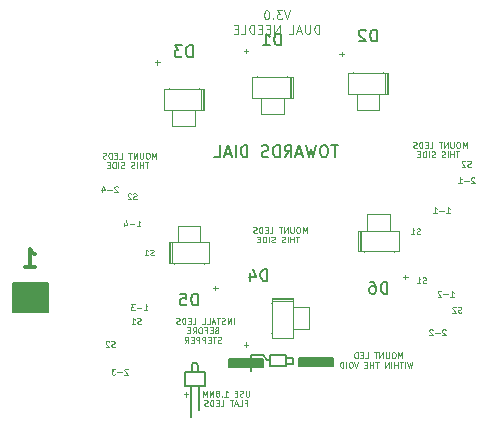
<source format=gbr>
%TF.GenerationSoftware,KiCad,Pcbnew,7.0.9*%
%TF.CreationDate,2024-01-20T08:14:18+10:00*%
%TF.ProjectId,DUAL NEEDLE-V03,4455414c-204e-4454-9544-4c452d563033,rev?*%
%TF.SameCoordinates,Original*%
%TF.FileFunction,Legend,Bot*%
%TF.FilePolarity,Positive*%
%FSLAX46Y46*%
G04 Gerber Fmt 4.6, Leading zero omitted, Abs format (unit mm)*
G04 Created by KiCad (PCBNEW 7.0.9) date 2024-01-20 08:14:18*
%MOMM*%
%LPD*%
G01*
G04 APERTURE LIST*
%ADD10C,0.150000*%
%ADD11C,0.200000*%
%ADD12C,0.100000*%
%ADD13C,0.300000*%
%ADD14C,0.120000*%
G04 APERTURE END LIST*
D10*
X136350000Y-103600000D02*
X136350000Y-101600000D01*
X140700000Y-99000000D02*
X141750000Y-99000000D01*
X135700000Y-100400000D02*
X135700000Y-99828130D01*
X138850000Y-99300000D02*
X141750000Y-99300000D01*
X141750000Y-99950000D01*
X138850000Y-99950000D01*
X138850000Y-99300000D01*
G36*
X138850000Y-99300000D02*
G01*
X141750000Y-99300000D01*
X141750000Y-99950000D01*
X138850000Y-99950000D01*
X138850000Y-99300000D01*
G37*
D11*
X120550000Y-92850000D02*
X123550000Y-92850000D01*
X123550000Y-95350000D01*
X120550000Y-95350000D01*
X120550000Y-92850000D01*
G36*
X120550000Y-92850000D02*
G01*
X123550000Y-92850000D01*
X123550000Y-95350000D01*
X120550000Y-95350000D01*
X120550000Y-92850000D01*
G37*
D10*
X136200000Y-100400000D02*
X136200000Y-99828130D01*
X136200000Y-99828130D02*
G75*
G03*
X135700000Y-99828130I-250000J-22918D01*
G01*
X142050000Y-99400000D02*
X142325000Y-99400000D01*
X144750000Y-99250000D02*
X147650000Y-99250000D01*
X147650000Y-99900000D01*
X144750000Y-99900000D01*
X144750000Y-99250000D01*
G36*
X144750000Y-99250000D02*
G01*
X147650000Y-99250000D01*
X147650000Y-99900000D01*
X144750000Y-99900000D01*
X144750000Y-99250000D01*
G37*
X140700000Y-100350000D02*
X140700000Y-99000000D01*
X135100000Y-100400000D02*
X136850000Y-100400000D01*
X136850000Y-101550000D01*
X135100000Y-101550000D01*
X135100000Y-100400000D01*
X141750000Y-99000000D02*
X142050000Y-99400000D01*
X142325000Y-98950000D02*
X143675000Y-98950000D01*
X143675000Y-99850000D01*
X142325000Y-99850000D01*
X142325000Y-98950000D01*
X143700000Y-99175000D02*
X144250000Y-99175000D01*
X144250000Y-99725000D01*
X143700000Y-99725000D01*
X143700000Y-99175000D01*
X135600000Y-104200000D02*
X135600000Y-101600000D01*
D12*
X157254761Y-86926109D02*
X157540475Y-86926109D01*
X157397618Y-86926109D02*
X157397618Y-86426109D01*
X157397618Y-86426109D02*
X157445237Y-86497538D01*
X157445237Y-86497538D02*
X157492856Y-86545157D01*
X157492856Y-86545157D02*
X157540475Y-86568966D01*
X157040476Y-86735633D02*
X156659524Y-86735633D01*
X156159523Y-86926109D02*
X156445237Y-86926109D01*
X156302380Y-86926109D02*
X156302380Y-86426109D01*
X156302380Y-86426109D02*
X156349999Y-86497538D01*
X156349999Y-86497538D02*
X156397618Y-86545157D01*
X156397618Y-86545157D02*
X156445237Y-86568966D01*
D13*
X121603775Y-91516478D02*
X122460918Y-91516478D01*
X122032347Y-91516478D02*
X122032347Y-90016478D01*
X122032347Y-90016478D02*
X122175204Y-90230764D01*
X122175204Y-90230764D02*
X122318061Y-90373621D01*
X122318061Y-90373621D02*
X122460918Y-90445050D01*
D12*
X135390476Y-102285633D02*
X135009524Y-102285633D01*
X135200000Y-102476109D02*
X135200000Y-102095157D01*
X153502381Y-99223609D02*
X153502381Y-98723609D01*
X153502381Y-98723609D02*
X153335714Y-99080752D01*
X153335714Y-99080752D02*
X153169048Y-98723609D01*
X153169048Y-98723609D02*
X153169048Y-99223609D01*
X152835714Y-98723609D02*
X152740476Y-98723609D01*
X152740476Y-98723609D02*
X152692857Y-98747419D01*
X152692857Y-98747419D02*
X152645238Y-98795038D01*
X152645238Y-98795038D02*
X152621428Y-98890276D01*
X152621428Y-98890276D02*
X152621428Y-99056942D01*
X152621428Y-99056942D02*
X152645238Y-99152180D01*
X152645238Y-99152180D02*
X152692857Y-99199800D01*
X152692857Y-99199800D02*
X152740476Y-99223609D01*
X152740476Y-99223609D02*
X152835714Y-99223609D01*
X152835714Y-99223609D02*
X152883333Y-99199800D01*
X152883333Y-99199800D02*
X152930952Y-99152180D01*
X152930952Y-99152180D02*
X152954761Y-99056942D01*
X152954761Y-99056942D02*
X152954761Y-98890276D01*
X152954761Y-98890276D02*
X152930952Y-98795038D01*
X152930952Y-98795038D02*
X152883333Y-98747419D01*
X152883333Y-98747419D02*
X152835714Y-98723609D01*
X152407142Y-98723609D02*
X152407142Y-99128371D01*
X152407142Y-99128371D02*
X152383332Y-99175990D01*
X152383332Y-99175990D02*
X152359523Y-99199800D01*
X152359523Y-99199800D02*
X152311904Y-99223609D01*
X152311904Y-99223609D02*
X152216666Y-99223609D01*
X152216666Y-99223609D02*
X152169047Y-99199800D01*
X152169047Y-99199800D02*
X152145237Y-99175990D01*
X152145237Y-99175990D02*
X152121428Y-99128371D01*
X152121428Y-99128371D02*
X152121428Y-98723609D01*
X151883332Y-99223609D02*
X151883332Y-98723609D01*
X151883332Y-98723609D02*
X151597618Y-99223609D01*
X151597618Y-99223609D02*
X151597618Y-98723609D01*
X151430950Y-98723609D02*
X151145236Y-98723609D01*
X151288093Y-99223609D02*
X151288093Y-98723609D01*
X150359523Y-99223609D02*
X150597618Y-99223609D01*
X150597618Y-99223609D02*
X150597618Y-98723609D01*
X150192856Y-98961704D02*
X150026189Y-98961704D01*
X149954761Y-99223609D02*
X150192856Y-99223609D01*
X150192856Y-99223609D02*
X150192856Y-98723609D01*
X150192856Y-98723609D02*
X149954761Y-98723609D01*
X149740475Y-99223609D02*
X149740475Y-98723609D01*
X149740475Y-98723609D02*
X149621427Y-98723609D01*
X149621427Y-98723609D02*
X149549999Y-98747419D01*
X149549999Y-98747419D02*
X149502380Y-98795038D01*
X149502380Y-98795038D02*
X149478570Y-98842657D01*
X149478570Y-98842657D02*
X149454761Y-98937895D01*
X149454761Y-98937895D02*
X149454761Y-99009323D01*
X149454761Y-99009323D02*
X149478570Y-99104561D01*
X149478570Y-99104561D02*
X149502380Y-99152180D01*
X149502380Y-99152180D02*
X149549999Y-99199800D01*
X149549999Y-99199800D02*
X149621427Y-99223609D01*
X149621427Y-99223609D02*
X149740475Y-99223609D01*
X154371428Y-99528609D02*
X154252380Y-100028609D01*
X154252380Y-100028609D02*
X154157142Y-99671466D01*
X154157142Y-99671466D02*
X154061904Y-100028609D01*
X154061904Y-100028609D02*
X153942857Y-99528609D01*
X153752380Y-100028609D02*
X153752380Y-99528609D01*
X153585713Y-99528609D02*
X153299999Y-99528609D01*
X153442856Y-100028609D02*
X153442856Y-99528609D01*
X153133333Y-100028609D02*
X153133333Y-99528609D01*
X153133333Y-99766704D02*
X152847619Y-99766704D01*
X152847619Y-100028609D02*
X152847619Y-99528609D01*
X152609523Y-100028609D02*
X152609523Y-99528609D01*
X152371428Y-100028609D02*
X152371428Y-99528609D01*
X152371428Y-99528609D02*
X152085714Y-100028609D01*
X152085714Y-100028609D02*
X152085714Y-99528609D01*
X151538094Y-99528609D02*
X151252380Y-99528609D01*
X151395237Y-100028609D02*
X151395237Y-99528609D01*
X151085714Y-100028609D02*
X151085714Y-99528609D01*
X151085714Y-99766704D02*
X150800000Y-99766704D01*
X150800000Y-100028609D02*
X150800000Y-99528609D01*
X150561904Y-99766704D02*
X150395237Y-99766704D01*
X150323809Y-100028609D02*
X150561904Y-100028609D01*
X150561904Y-100028609D02*
X150561904Y-99528609D01*
X150561904Y-99528609D02*
X150323809Y-99528609D01*
X149799999Y-99528609D02*
X149633333Y-100028609D01*
X149633333Y-100028609D02*
X149466666Y-99528609D01*
X149204762Y-99528609D02*
X149109524Y-99528609D01*
X149109524Y-99528609D02*
X149061905Y-99552419D01*
X149061905Y-99552419D02*
X149014286Y-99600038D01*
X149014286Y-99600038D02*
X148990476Y-99695276D01*
X148990476Y-99695276D02*
X148990476Y-99861942D01*
X148990476Y-99861942D02*
X149014286Y-99957180D01*
X149014286Y-99957180D02*
X149061905Y-100004800D01*
X149061905Y-100004800D02*
X149109524Y-100028609D01*
X149109524Y-100028609D02*
X149204762Y-100028609D01*
X149204762Y-100028609D02*
X149252381Y-100004800D01*
X149252381Y-100004800D02*
X149300000Y-99957180D01*
X149300000Y-99957180D02*
X149323809Y-99861942D01*
X149323809Y-99861942D02*
X149323809Y-99695276D01*
X149323809Y-99695276D02*
X149300000Y-99600038D01*
X149300000Y-99600038D02*
X149252381Y-99552419D01*
X149252381Y-99552419D02*
X149204762Y-99528609D01*
X148776190Y-100028609D02*
X148776190Y-99528609D01*
X148538095Y-100028609D02*
X148538095Y-99528609D01*
X148538095Y-99528609D02*
X148419047Y-99528609D01*
X148419047Y-99528609D02*
X148347619Y-99552419D01*
X148347619Y-99552419D02*
X148300000Y-99600038D01*
X148300000Y-99600038D02*
X148276190Y-99647657D01*
X148276190Y-99647657D02*
X148252381Y-99742895D01*
X148252381Y-99742895D02*
X148252381Y-99814323D01*
X148252381Y-99814323D02*
X148276190Y-99909561D01*
X148276190Y-99909561D02*
X148300000Y-99957180D01*
X148300000Y-99957180D02*
X148347619Y-100004800D01*
X148347619Y-100004800D02*
X148419047Y-100028609D01*
X148419047Y-100028609D02*
X148538095Y-100028609D01*
X129440475Y-84723728D02*
X129416666Y-84699919D01*
X129416666Y-84699919D02*
X129369047Y-84676109D01*
X129369047Y-84676109D02*
X129249999Y-84676109D01*
X129249999Y-84676109D02*
X129202380Y-84699919D01*
X129202380Y-84699919D02*
X129178571Y-84723728D01*
X129178571Y-84723728D02*
X129154761Y-84771347D01*
X129154761Y-84771347D02*
X129154761Y-84818966D01*
X129154761Y-84818966D02*
X129178571Y-84890395D01*
X129178571Y-84890395D02*
X129464285Y-85176109D01*
X129464285Y-85176109D02*
X129154761Y-85176109D01*
X128940476Y-84985633D02*
X128559524Y-84985633D01*
X128107142Y-84842776D02*
X128107142Y-85176109D01*
X128226190Y-84652300D02*
X128345237Y-85009442D01*
X128345237Y-85009442D02*
X128035714Y-85009442D01*
X132990476Y-74185633D02*
X132609524Y-74185633D01*
X132800000Y-74376109D02*
X132800000Y-73995157D01*
X140490476Y-98085633D02*
X140109524Y-98085633D01*
X140300000Y-98276109D02*
X140300000Y-97895157D01*
X130290475Y-100173728D02*
X130266666Y-100149919D01*
X130266666Y-100149919D02*
X130219047Y-100126109D01*
X130219047Y-100126109D02*
X130099999Y-100126109D01*
X130099999Y-100126109D02*
X130052380Y-100149919D01*
X130052380Y-100149919D02*
X130028571Y-100173728D01*
X130028571Y-100173728D02*
X130004761Y-100221347D01*
X130004761Y-100221347D02*
X130004761Y-100268966D01*
X130004761Y-100268966D02*
X130028571Y-100340395D01*
X130028571Y-100340395D02*
X130314285Y-100626109D01*
X130314285Y-100626109D02*
X130004761Y-100626109D01*
X129790476Y-100435633D02*
X129409524Y-100435633D01*
X129219047Y-100126109D02*
X128909523Y-100126109D01*
X128909523Y-100126109D02*
X129076190Y-100316585D01*
X129076190Y-100316585D02*
X129004761Y-100316585D01*
X129004761Y-100316585D02*
X128957142Y-100340395D01*
X128957142Y-100340395D02*
X128933333Y-100364204D01*
X128933333Y-100364204D02*
X128909523Y-100411823D01*
X128909523Y-100411823D02*
X128909523Y-100530871D01*
X128909523Y-100530871D02*
X128933333Y-100578490D01*
X128933333Y-100578490D02*
X128957142Y-100602300D01*
X128957142Y-100602300D02*
X129004761Y-100626109D01*
X129004761Y-100626109D02*
X129147618Y-100626109D01*
X129147618Y-100626109D02*
X129195237Y-100602300D01*
X129195237Y-100602300D02*
X129219047Y-100578490D01*
X157604761Y-94026109D02*
X157890475Y-94026109D01*
X157747618Y-94026109D02*
X157747618Y-93526109D01*
X157747618Y-93526109D02*
X157795237Y-93597538D01*
X157795237Y-93597538D02*
X157842856Y-93645157D01*
X157842856Y-93645157D02*
X157890475Y-93668966D01*
X157390476Y-93835633D02*
X157009524Y-93835633D01*
X156795237Y-93573728D02*
X156771428Y-93549919D01*
X156771428Y-93549919D02*
X156723809Y-93526109D01*
X156723809Y-93526109D02*
X156604761Y-93526109D01*
X156604761Y-93526109D02*
X156557142Y-93549919D01*
X156557142Y-93549919D02*
X156533333Y-93573728D01*
X156533333Y-93573728D02*
X156509523Y-93621347D01*
X156509523Y-93621347D02*
X156509523Y-93668966D01*
X156509523Y-93668966D02*
X156533333Y-93740395D01*
X156533333Y-93740395D02*
X156819047Y-94026109D01*
X156819047Y-94026109D02*
X156509523Y-94026109D01*
X153990476Y-92335633D02*
X153609524Y-92335633D01*
X153800000Y-92526109D02*
X153800000Y-92145157D01*
D11*
X148088094Y-81202219D02*
X147516666Y-81202219D01*
X147802380Y-82202219D02*
X147802380Y-81202219D01*
X146992856Y-81202219D02*
X146802380Y-81202219D01*
X146802380Y-81202219D02*
X146707142Y-81249838D01*
X146707142Y-81249838D02*
X146611904Y-81345076D01*
X146611904Y-81345076D02*
X146564285Y-81535552D01*
X146564285Y-81535552D02*
X146564285Y-81868885D01*
X146564285Y-81868885D02*
X146611904Y-82059361D01*
X146611904Y-82059361D02*
X146707142Y-82154600D01*
X146707142Y-82154600D02*
X146802380Y-82202219D01*
X146802380Y-82202219D02*
X146992856Y-82202219D01*
X146992856Y-82202219D02*
X147088094Y-82154600D01*
X147088094Y-82154600D02*
X147183332Y-82059361D01*
X147183332Y-82059361D02*
X147230951Y-81868885D01*
X147230951Y-81868885D02*
X147230951Y-81535552D01*
X147230951Y-81535552D02*
X147183332Y-81345076D01*
X147183332Y-81345076D02*
X147088094Y-81249838D01*
X147088094Y-81249838D02*
X146992856Y-81202219D01*
X146230951Y-81202219D02*
X145992856Y-82202219D01*
X145992856Y-82202219D02*
X145802380Y-81487933D01*
X145802380Y-81487933D02*
X145611904Y-82202219D01*
X145611904Y-82202219D02*
X145373809Y-81202219D01*
X145040475Y-81916504D02*
X144564285Y-81916504D01*
X145135713Y-82202219D02*
X144802380Y-81202219D01*
X144802380Y-81202219D02*
X144469047Y-82202219D01*
X143564285Y-82202219D02*
X143897618Y-81726028D01*
X144135713Y-82202219D02*
X144135713Y-81202219D01*
X144135713Y-81202219D02*
X143754761Y-81202219D01*
X143754761Y-81202219D02*
X143659523Y-81249838D01*
X143659523Y-81249838D02*
X143611904Y-81297457D01*
X143611904Y-81297457D02*
X143564285Y-81392695D01*
X143564285Y-81392695D02*
X143564285Y-81535552D01*
X143564285Y-81535552D02*
X143611904Y-81630790D01*
X143611904Y-81630790D02*
X143659523Y-81678409D01*
X143659523Y-81678409D02*
X143754761Y-81726028D01*
X143754761Y-81726028D02*
X144135713Y-81726028D01*
X143135713Y-82202219D02*
X143135713Y-81202219D01*
X143135713Y-81202219D02*
X142897618Y-81202219D01*
X142897618Y-81202219D02*
X142754761Y-81249838D01*
X142754761Y-81249838D02*
X142659523Y-81345076D01*
X142659523Y-81345076D02*
X142611904Y-81440314D01*
X142611904Y-81440314D02*
X142564285Y-81630790D01*
X142564285Y-81630790D02*
X142564285Y-81773647D01*
X142564285Y-81773647D02*
X142611904Y-81964123D01*
X142611904Y-81964123D02*
X142659523Y-82059361D01*
X142659523Y-82059361D02*
X142754761Y-82154600D01*
X142754761Y-82154600D02*
X142897618Y-82202219D01*
X142897618Y-82202219D02*
X143135713Y-82202219D01*
X142183332Y-82154600D02*
X142040475Y-82202219D01*
X142040475Y-82202219D02*
X141802380Y-82202219D01*
X141802380Y-82202219D02*
X141707142Y-82154600D01*
X141707142Y-82154600D02*
X141659523Y-82106980D01*
X141659523Y-82106980D02*
X141611904Y-82011742D01*
X141611904Y-82011742D02*
X141611904Y-81916504D01*
X141611904Y-81916504D02*
X141659523Y-81821266D01*
X141659523Y-81821266D02*
X141707142Y-81773647D01*
X141707142Y-81773647D02*
X141802380Y-81726028D01*
X141802380Y-81726028D02*
X141992856Y-81678409D01*
X141992856Y-81678409D02*
X142088094Y-81630790D01*
X142088094Y-81630790D02*
X142135713Y-81583171D01*
X142135713Y-81583171D02*
X142183332Y-81487933D01*
X142183332Y-81487933D02*
X142183332Y-81392695D01*
X142183332Y-81392695D02*
X142135713Y-81297457D01*
X142135713Y-81297457D02*
X142088094Y-81249838D01*
X142088094Y-81249838D02*
X141992856Y-81202219D01*
X141992856Y-81202219D02*
X141754761Y-81202219D01*
X141754761Y-81202219D02*
X141611904Y-81249838D01*
X140421427Y-82202219D02*
X140421427Y-81202219D01*
X140421427Y-81202219D02*
X140183332Y-81202219D01*
X140183332Y-81202219D02*
X140040475Y-81249838D01*
X140040475Y-81249838D02*
X139945237Y-81345076D01*
X139945237Y-81345076D02*
X139897618Y-81440314D01*
X139897618Y-81440314D02*
X139849999Y-81630790D01*
X139849999Y-81630790D02*
X139849999Y-81773647D01*
X139849999Y-81773647D02*
X139897618Y-81964123D01*
X139897618Y-81964123D02*
X139945237Y-82059361D01*
X139945237Y-82059361D02*
X140040475Y-82154600D01*
X140040475Y-82154600D02*
X140183332Y-82202219D01*
X140183332Y-82202219D02*
X140421427Y-82202219D01*
X139421427Y-82202219D02*
X139421427Y-81202219D01*
X138992856Y-81916504D02*
X138516666Y-81916504D01*
X139088094Y-82202219D02*
X138754761Y-81202219D01*
X138754761Y-81202219D02*
X138421428Y-82202219D01*
X137611904Y-82202219D02*
X138088094Y-82202219D01*
X138088094Y-82202219D02*
X138088094Y-81202219D01*
D12*
X132690476Y-82323609D02*
X132690476Y-81823609D01*
X132690476Y-81823609D02*
X132523809Y-82180752D01*
X132523809Y-82180752D02*
X132357143Y-81823609D01*
X132357143Y-81823609D02*
X132357143Y-82323609D01*
X132023809Y-81823609D02*
X131928571Y-81823609D01*
X131928571Y-81823609D02*
X131880952Y-81847419D01*
X131880952Y-81847419D02*
X131833333Y-81895038D01*
X131833333Y-81895038D02*
X131809523Y-81990276D01*
X131809523Y-81990276D02*
X131809523Y-82156942D01*
X131809523Y-82156942D02*
X131833333Y-82252180D01*
X131833333Y-82252180D02*
X131880952Y-82299800D01*
X131880952Y-82299800D02*
X131928571Y-82323609D01*
X131928571Y-82323609D02*
X132023809Y-82323609D01*
X132023809Y-82323609D02*
X132071428Y-82299800D01*
X132071428Y-82299800D02*
X132119047Y-82252180D01*
X132119047Y-82252180D02*
X132142856Y-82156942D01*
X132142856Y-82156942D02*
X132142856Y-81990276D01*
X132142856Y-81990276D02*
X132119047Y-81895038D01*
X132119047Y-81895038D02*
X132071428Y-81847419D01*
X132071428Y-81847419D02*
X132023809Y-81823609D01*
X131595237Y-81823609D02*
X131595237Y-82228371D01*
X131595237Y-82228371D02*
X131571427Y-82275990D01*
X131571427Y-82275990D02*
X131547618Y-82299800D01*
X131547618Y-82299800D02*
X131499999Y-82323609D01*
X131499999Y-82323609D02*
X131404761Y-82323609D01*
X131404761Y-82323609D02*
X131357142Y-82299800D01*
X131357142Y-82299800D02*
X131333332Y-82275990D01*
X131333332Y-82275990D02*
X131309523Y-82228371D01*
X131309523Y-82228371D02*
X131309523Y-81823609D01*
X131071427Y-82323609D02*
X131071427Y-81823609D01*
X131071427Y-81823609D02*
X130785713Y-82323609D01*
X130785713Y-82323609D02*
X130785713Y-81823609D01*
X130619045Y-81823609D02*
X130333331Y-81823609D01*
X130476188Y-82323609D02*
X130476188Y-81823609D01*
X129547618Y-82323609D02*
X129785713Y-82323609D01*
X129785713Y-82323609D02*
X129785713Y-81823609D01*
X129380951Y-82061704D02*
X129214284Y-82061704D01*
X129142856Y-82323609D02*
X129380951Y-82323609D01*
X129380951Y-82323609D02*
X129380951Y-81823609D01*
X129380951Y-81823609D02*
X129142856Y-81823609D01*
X128928570Y-82323609D02*
X128928570Y-81823609D01*
X128928570Y-81823609D02*
X128809522Y-81823609D01*
X128809522Y-81823609D02*
X128738094Y-81847419D01*
X128738094Y-81847419D02*
X128690475Y-81895038D01*
X128690475Y-81895038D02*
X128666665Y-81942657D01*
X128666665Y-81942657D02*
X128642856Y-82037895D01*
X128642856Y-82037895D02*
X128642856Y-82109323D01*
X128642856Y-82109323D02*
X128666665Y-82204561D01*
X128666665Y-82204561D02*
X128690475Y-82252180D01*
X128690475Y-82252180D02*
X128738094Y-82299800D01*
X128738094Y-82299800D02*
X128809522Y-82323609D01*
X128809522Y-82323609D02*
X128928570Y-82323609D01*
X128452379Y-82299800D02*
X128380951Y-82323609D01*
X128380951Y-82323609D02*
X128261903Y-82323609D01*
X128261903Y-82323609D02*
X128214284Y-82299800D01*
X128214284Y-82299800D02*
X128190475Y-82275990D01*
X128190475Y-82275990D02*
X128166665Y-82228371D01*
X128166665Y-82228371D02*
X128166665Y-82180752D01*
X128166665Y-82180752D02*
X128190475Y-82133133D01*
X128190475Y-82133133D02*
X128214284Y-82109323D01*
X128214284Y-82109323D02*
X128261903Y-82085514D01*
X128261903Y-82085514D02*
X128357141Y-82061704D01*
X128357141Y-82061704D02*
X128404760Y-82037895D01*
X128404760Y-82037895D02*
X128428570Y-82014085D01*
X128428570Y-82014085D02*
X128452379Y-81966466D01*
X128452379Y-81966466D02*
X128452379Y-81918847D01*
X128452379Y-81918847D02*
X128428570Y-81871228D01*
X128428570Y-81871228D02*
X128404760Y-81847419D01*
X128404760Y-81847419D02*
X128357141Y-81823609D01*
X128357141Y-81823609D02*
X128238094Y-81823609D01*
X128238094Y-81823609D02*
X128166665Y-81847419D01*
X132035712Y-82628609D02*
X131749998Y-82628609D01*
X131892855Y-83128609D02*
X131892855Y-82628609D01*
X131583332Y-83128609D02*
X131583332Y-82628609D01*
X131583332Y-82866704D02*
X131297618Y-82866704D01*
X131297618Y-83128609D02*
X131297618Y-82628609D01*
X131059522Y-83128609D02*
X131059522Y-82628609D01*
X130845236Y-83104800D02*
X130773808Y-83128609D01*
X130773808Y-83128609D02*
X130654760Y-83128609D01*
X130654760Y-83128609D02*
X130607141Y-83104800D01*
X130607141Y-83104800D02*
X130583332Y-83080990D01*
X130583332Y-83080990D02*
X130559522Y-83033371D01*
X130559522Y-83033371D02*
X130559522Y-82985752D01*
X130559522Y-82985752D02*
X130583332Y-82938133D01*
X130583332Y-82938133D02*
X130607141Y-82914323D01*
X130607141Y-82914323D02*
X130654760Y-82890514D01*
X130654760Y-82890514D02*
X130749998Y-82866704D01*
X130749998Y-82866704D02*
X130797617Y-82842895D01*
X130797617Y-82842895D02*
X130821427Y-82819085D01*
X130821427Y-82819085D02*
X130845236Y-82771466D01*
X130845236Y-82771466D02*
X130845236Y-82723847D01*
X130845236Y-82723847D02*
X130821427Y-82676228D01*
X130821427Y-82676228D02*
X130797617Y-82652419D01*
X130797617Y-82652419D02*
X130749998Y-82628609D01*
X130749998Y-82628609D02*
X130630951Y-82628609D01*
X130630951Y-82628609D02*
X130559522Y-82652419D01*
X129988094Y-83104800D02*
X129916666Y-83128609D01*
X129916666Y-83128609D02*
X129797618Y-83128609D01*
X129797618Y-83128609D02*
X129749999Y-83104800D01*
X129749999Y-83104800D02*
X129726190Y-83080990D01*
X129726190Y-83080990D02*
X129702380Y-83033371D01*
X129702380Y-83033371D02*
X129702380Y-82985752D01*
X129702380Y-82985752D02*
X129726190Y-82938133D01*
X129726190Y-82938133D02*
X129749999Y-82914323D01*
X129749999Y-82914323D02*
X129797618Y-82890514D01*
X129797618Y-82890514D02*
X129892856Y-82866704D01*
X129892856Y-82866704D02*
X129940475Y-82842895D01*
X129940475Y-82842895D02*
X129964285Y-82819085D01*
X129964285Y-82819085D02*
X129988094Y-82771466D01*
X129988094Y-82771466D02*
X129988094Y-82723847D01*
X129988094Y-82723847D02*
X129964285Y-82676228D01*
X129964285Y-82676228D02*
X129940475Y-82652419D01*
X129940475Y-82652419D02*
X129892856Y-82628609D01*
X129892856Y-82628609D02*
X129773809Y-82628609D01*
X129773809Y-82628609D02*
X129702380Y-82652419D01*
X129488095Y-83128609D02*
X129488095Y-82628609D01*
X129250000Y-83128609D02*
X129250000Y-82628609D01*
X129250000Y-82628609D02*
X129130952Y-82628609D01*
X129130952Y-82628609D02*
X129059524Y-82652419D01*
X129059524Y-82652419D02*
X129011905Y-82700038D01*
X129011905Y-82700038D02*
X128988095Y-82747657D01*
X128988095Y-82747657D02*
X128964286Y-82842895D01*
X128964286Y-82842895D02*
X128964286Y-82914323D01*
X128964286Y-82914323D02*
X128988095Y-83009561D01*
X128988095Y-83009561D02*
X129011905Y-83057180D01*
X129011905Y-83057180D02*
X129059524Y-83104800D01*
X129059524Y-83104800D02*
X129130952Y-83128609D01*
X129130952Y-83128609D02*
X129250000Y-83128609D01*
X128750000Y-82866704D02*
X128583333Y-82866704D01*
X128511905Y-83128609D02*
X128750000Y-83128609D01*
X128750000Y-83128609D02*
X128750000Y-82628609D01*
X128750000Y-82628609D02*
X128511905Y-82628609D01*
X148590476Y-73485633D02*
X148209524Y-73485633D01*
X148400000Y-73676109D02*
X148400000Y-73295157D01*
X140564285Y-101973609D02*
X140564285Y-102378371D01*
X140564285Y-102378371D02*
X140540475Y-102425990D01*
X140540475Y-102425990D02*
X140516666Y-102449800D01*
X140516666Y-102449800D02*
X140469047Y-102473609D01*
X140469047Y-102473609D02*
X140373809Y-102473609D01*
X140373809Y-102473609D02*
X140326190Y-102449800D01*
X140326190Y-102449800D02*
X140302380Y-102425990D01*
X140302380Y-102425990D02*
X140278571Y-102378371D01*
X140278571Y-102378371D02*
X140278571Y-101973609D01*
X140064284Y-102449800D02*
X139992856Y-102473609D01*
X139992856Y-102473609D02*
X139873808Y-102473609D01*
X139873808Y-102473609D02*
X139826189Y-102449800D01*
X139826189Y-102449800D02*
X139802380Y-102425990D01*
X139802380Y-102425990D02*
X139778570Y-102378371D01*
X139778570Y-102378371D02*
X139778570Y-102330752D01*
X139778570Y-102330752D02*
X139802380Y-102283133D01*
X139802380Y-102283133D02*
X139826189Y-102259323D01*
X139826189Y-102259323D02*
X139873808Y-102235514D01*
X139873808Y-102235514D02*
X139969046Y-102211704D01*
X139969046Y-102211704D02*
X140016665Y-102187895D01*
X140016665Y-102187895D02*
X140040475Y-102164085D01*
X140040475Y-102164085D02*
X140064284Y-102116466D01*
X140064284Y-102116466D02*
X140064284Y-102068847D01*
X140064284Y-102068847D02*
X140040475Y-102021228D01*
X140040475Y-102021228D02*
X140016665Y-101997419D01*
X140016665Y-101997419D02*
X139969046Y-101973609D01*
X139969046Y-101973609D02*
X139849999Y-101973609D01*
X139849999Y-101973609D02*
X139778570Y-101997419D01*
X139564285Y-102211704D02*
X139397618Y-102211704D01*
X139326190Y-102473609D02*
X139564285Y-102473609D01*
X139564285Y-102473609D02*
X139564285Y-101973609D01*
X139564285Y-101973609D02*
X139326190Y-101973609D01*
X138469047Y-102473609D02*
X138754761Y-102473609D01*
X138611904Y-102473609D02*
X138611904Y-101973609D01*
X138611904Y-101973609D02*
X138659523Y-102045038D01*
X138659523Y-102045038D02*
X138707142Y-102092657D01*
X138707142Y-102092657D02*
X138754761Y-102116466D01*
X138254762Y-102425990D02*
X138230952Y-102449800D01*
X138230952Y-102449800D02*
X138254762Y-102473609D01*
X138254762Y-102473609D02*
X138278571Y-102449800D01*
X138278571Y-102449800D02*
X138254762Y-102425990D01*
X138254762Y-102425990D02*
X138254762Y-102473609D01*
X137945238Y-102187895D02*
X137992857Y-102164085D01*
X137992857Y-102164085D02*
X138016667Y-102140276D01*
X138016667Y-102140276D02*
X138040476Y-102092657D01*
X138040476Y-102092657D02*
X138040476Y-102068847D01*
X138040476Y-102068847D02*
X138016667Y-102021228D01*
X138016667Y-102021228D02*
X137992857Y-101997419D01*
X137992857Y-101997419D02*
X137945238Y-101973609D01*
X137945238Y-101973609D02*
X137850000Y-101973609D01*
X137850000Y-101973609D02*
X137802381Y-101997419D01*
X137802381Y-101997419D02*
X137778572Y-102021228D01*
X137778572Y-102021228D02*
X137754762Y-102068847D01*
X137754762Y-102068847D02*
X137754762Y-102092657D01*
X137754762Y-102092657D02*
X137778572Y-102140276D01*
X137778572Y-102140276D02*
X137802381Y-102164085D01*
X137802381Y-102164085D02*
X137850000Y-102187895D01*
X137850000Y-102187895D02*
X137945238Y-102187895D01*
X137945238Y-102187895D02*
X137992857Y-102211704D01*
X137992857Y-102211704D02*
X138016667Y-102235514D01*
X138016667Y-102235514D02*
X138040476Y-102283133D01*
X138040476Y-102283133D02*
X138040476Y-102378371D01*
X138040476Y-102378371D02*
X138016667Y-102425990D01*
X138016667Y-102425990D02*
X137992857Y-102449800D01*
X137992857Y-102449800D02*
X137945238Y-102473609D01*
X137945238Y-102473609D02*
X137850000Y-102473609D01*
X137850000Y-102473609D02*
X137802381Y-102449800D01*
X137802381Y-102449800D02*
X137778572Y-102425990D01*
X137778572Y-102425990D02*
X137754762Y-102378371D01*
X137754762Y-102378371D02*
X137754762Y-102283133D01*
X137754762Y-102283133D02*
X137778572Y-102235514D01*
X137778572Y-102235514D02*
X137802381Y-102211704D01*
X137802381Y-102211704D02*
X137850000Y-102187895D01*
X137540477Y-102473609D02*
X137540477Y-101973609D01*
X137540477Y-101973609D02*
X137373810Y-102330752D01*
X137373810Y-102330752D02*
X137207144Y-101973609D01*
X137207144Y-101973609D02*
X137207144Y-102473609D01*
X136969048Y-102473609D02*
X136969048Y-101973609D01*
X136969048Y-101973609D02*
X136802381Y-102330752D01*
X136802381Y-102330752D02*
X136635715Y-101973609D01*
X136635715Y-101973609D02*
X136635715Y-102473609D01*
X140242855Y-103016704D02*
X140409522Y-103016704D01*
X140409522Y-103278609D02*
X140409522Y-102778609D01*
X140409522Y-102778609D02*
X140171427Y-102778609D01*
X139742856Y-103278609D02*
X139980951Y-103278609D01*
X139980951Y-103278609D02*
X139980951Y-102778609D01*
X139599998Y-103135752D02*
X139361903Y-103135752D01*
X139647617Y-103278609D02*
X139480951Y-102778609D01*
X139480951Y-102778609D02*
X139314284Y-103278609D01*
X139219046Y-102778609D02*
X138933332Y-102778609D01*
X139076189Y-103278609D02*
X139076189Y-102778609D01*
X138147619Y-103278609D02*
X138385714Y-103278609D01*
X138385714Y-103278609D02*
X138385714Y-102778609D01*
X137980952Y-103016704D02*
X137814285Y-103016704D01*
X137742857Y-103278609D02*
X137980952Y-103278609D01*
X137980952Y-103278609D02*
X137980952Y-102778609D01*
X137980952Y-102778609D02*
X137742857Y-102778609D01*
X137528571Y-103278609D02*
X137528571Y-102778609D01*
X137528571Y-102778609D02*
X137409523Y-102778609D01*
X137409523Y-102778609D02*
X137338095Y-102802419D01*
X137338095Y-102802419D02*
X137290476Y-102850038D01*
X137290476Y-102850038D02*
X137266666Y-102897657D01*
X137266666Y-102897657D02*
X137242857Y-102992895D01*
X137242857Y-102992895D02*
X137242857Y-103064323D01*
X137242857Y-103064323D02*
X137266666Y-103159561D01*
X137266666Y-103159561D02*
X137290476Y-103207180D01*
X137290476Y-103207180D02*
X137338095Y-103254800D01*
X137338095Y-103254800D02*
X137409523Y-103278609D01*
X137409523Y-103278609D02*
X137528571Y-103278609D01*
X137052380Y-103254800D02*
X136980952Y-103278609D01*
X136980952Y-103278609D02*
X136861904Y-103278609D01*
X136861904Y-103278609D02*
X136814285Y-103254800D01*
X136814285Y-103254800D02*
X136790476Y-103230990D01*
X136790476Y-103230990D02*
X136766666Y-103183371D01*
X136766666Y-103183371D02*
X136766666Y-103135752D01*
X136766666Y-103135752D02*
X136790476Y-103088133D01*
X136790476Y-103088133D02*
X136814285Y-103064323D01*
X136814285Y-103064323D02*
X136861904Y-103040514D01*
X136861904Y-103040514D02*
X136957142Y-103016704D01*
X136957142Y-103016704D02*
X137004761Y-102992895D01*
X137004761Y-102992895D02*
X137028571Y-102969085D01*
X137028571Y-102969085D02*
X137052380Y-102921466D01*
X137052380Y-102921466D02*
X137052380Y-102873847D01*
X137052380Y-102873847D02*
X137028571Y-102826228D01*
X137028571Y-102826228D02*
X137004761Y-102802419D01*
X137004761Y-102802419D02*
X136957142Y-102778609D01*
X136957142Y-102778609D02*
X136838095Y-102778609D01*
X136838095Y-102778609D02*
X136766666Y-102802419D01*
X159330951Y-83002300D02*
X159259523Y-83026109D01*
X159259523Y-83026109D02*
X159140475Y-83026109D01*
X159140475Y-83026109D02*
X159092856Y-83002300D01*
X159092856Y-83002300D02*
X159069047Y-82978490D01*
X159069047Y-82978490D02*
X159045237Y-82930871D01*
X159045237Y-82930871D02*
X159045237Y-82883252D01*
X159045237Y-82883252D02*
X159069047Y-82835633D01*
X159069047Y-82835633D02*
X159092856Y-82811823D01*
X159092856Y-82811823D02*
X159140475Y-82788014D01*
X159140475Y-82788014D02*
X159235713Y-82764204D01*
X159235713Y-82764204D02*
X159283332Y-82740395D01*
X159283332Y-82740395D02*
X159307142Y-82716585D01*
X159307142Y-82716585D02*
X159330951Y-82668966D01*
X159330951Y-82668966D02*
X159330951Y-82621347D01*
X159330951Y-82621347D02*
X159307142Y-82573728D01*
X159307142Y-82573728D02*
X159283332Y-82549919D01*
X159283332Y-82549919D02*
X159235713Y-82526109D01*
X159235713Y-82526109D02*
X159116666Y-82526109D01*
X159116666Y-82526109D02*
X159045237Y-82549919D01*
X158854761Y-82573728D02*
X158830952Y-82549919D01*
X158830952Y-82549919D02*
X158783333Y-82526109D01*
X158783333Y-82526109D02*
X158664285Y-82526109D01*
X158664285Y-82526109D02*
X158616666Y-82549919D01*
X158616666Y-82549919D02*
X158592857Y-82573728D01*
X158592857Y-82573728D02*
X158569047Y-82621347D01*
X158569047Y-82621347D02*
X158569047Y-82668966D01*
X158569047Y-82668966D02*
X158592857Y-82740395D01*
X158592857Y-82740395D02*
X158878571Y-83026109D01*
X158878571Y-83026109D02*
X158569047Y-83026109D01*
X132480951Y-90502300D02*
X132409523Y-90526109D01*
X132409523Y-90526109D02*
X132290475Y-90526109D01*
X132290475Y-90526109D02*
X132242856Y-90502300D01*
X132242856Y-90502300D02*
X132219047Y-90478490D01*
X132219047Y-90478490D02*
X132195237Y-90430871D01*
X132195237Y-90430871D02*
X132195237Y-90383252D01*
X132195237Y-90383252D02*
X132219047Y-90335633D01*
X132219047Y-90335633D02*
X132242856Y-90311823D01*
X132242856Y-90311823D02*
X132290475Y-90288014D01*
X132290475Y-90288014D02*
X132385713Y-90264204D01*
X132385713Y-90264204D02*
X132433332Y-90240395D01*
X132433332Y-90240395D02*
X132457142Y-90216585D01*
X132457142Y-90216585D02*
X132480951Y-90168966D01*
X132480951Y-90168966D02*
X132480951Y-90121347D01*
X132480951Y-90121347D02*
X132457142Y-90073728D01*
X132457142Y-90073728D02*
X132433332Y-90049919D01*
X132433332Y-90049919D02*
X132385713Y-90026109D01*
X132385713Y-90026109D02*
X132266666Y-90026109D01*
X132266666Y-90026109D02*
X132195237Y-90049919D01*
X131719047Y-90526109D02*
X132004761Y-90526109D01*
X131861904Y-90526109D02*
X131861904Y-90026109D01*
X131861904Y-90026109D02*
X131909523Y-90097538D01*
X131909523Y-90097538D02*
X131957142Y-90145157D01*
X131957142Y-90145157D02*
X132004761Y-90168966D01*
X137890476Y-93285633D02*
X137509524Y-93285633D01*
X137700000Y-93476109D02*
X137700000Y-93095157D01*
X157190475Y-96823728D02*
X157166666Y-96799919D01*
X157166666Y-96799919D02*
X157119047Y-96776109D01*
X157119047Y-96776109D02*
X156999999Y-96776109D01*
X156999999Y-96776109D02*
X156952380Y-96799919D01*
X156952380Y-96799919D02*
X156928571Y-96823728D01*
X156928571Y-96823728D02*
X156904761Y-96871347D01*
X156904761Y-96871347D02*
X156904761Y-96918966D01*
X156904761Y-96918966D02*
X156928571Y-96990395D01*
X156928571Y-96990395D02*
X157214285Y-97276109D01*
X157214285Y-97276109D02*
X156904761Y-97276109D01*
X156690476Y-97085633D02*
X156309524Y-97085633D01*
X156095237Y-96823728D02*
X156071428Y-96799919D01*
X156071428Y-96799919D02*
X156023809Y-96776109D01*
X156023809Y-96776109D02*
X155904761Y-96776109D01*
X155904761Y-96776109D02*
X155857142Y-96799919D01*
X155857142Y-96799919D02*
X155833333Y-96823728D01*
X155833333Y-96823728D02*
X155809523Y-96871347D01*
X155809523Y-96871347D02*
X155809523Y-96918966D01*
X155809523Y-96918966D02*
X155833333Y-96990395D01*
X155833333Y-96990395D02*
X156119047Y-97276109D01*
X156119047Y-97276109D02*
X155809523Y-97276109D01*
X131654761Y-95176109D02*
X131940475Y-95176109D01*
X131797618Y-95176109D02*
X131797618Y-94676109D01*
X131797618Y-94676109D02*
X131845237Y-94747538D01*
X131845237Y-94747538D02*
X131892856Y-94795157D01*
X131892856Y-94795157D02*
X131940475Y-94818966D01*
X131440476Y-94985633D02*
X131059524Y-94985633D01*
X130869047Y-94676109D02*
X130559523Y-94676109D01*
X130559523Y-94676109D02*
X130726190Y-94866585D01*
X130726190Y-94866585D02*
X130654761Y-94866585D01*
X130654761Y-94866585D02*
X130607142Y-94890395D01*
X130607142Y-94890395D02*
X130583333Y-94914204D01*
X130583333Y-94914204D02*
X130559523Y-94961823D01*
X130559523Y-94961823D02*
X130559523Y-95080871D01*
X130559523Y-95080871D02*
X130583333Y-95128490D01*
X130583333Y-95128490D02*
X130607142Y-95152300D01*
X130607142Y-95152300D02*
X130654761Y-95176109D01*
X130654761Y-95176109D02*
X130797618Y-95176109D01*
X130797618Y-95176109D02*
X130845237Y-95152300D01*
X130845237Y-95152300D02*
X130869047Y-95128490D01*
X144042857Y-69788014D02*
X143792857Y-70538014D01*
X143792857Y-70538014D02*
X143542857Y-69788014D01*
X143364286Y-69788014D02*
X142900000Y-69788014D01*
X142900000Y-69788014D02*
X143150000Y-70073728D01*
X143150000Y-70073728D02*
X143042857Y-70073728D01*
X143042857Y-70073728D02*
X142971429Y-70109442D01*
X142971429Y-70109442D02*
X142935714Y-70145157D01*
X142935714Y-70145157D02*
X142900000Y-70216585D01*
X142900000Y-70216585D02*
X142900000Y-70395157D01*
X142900000Y-70395157D02*
X142935714Y-70466585D01*
X142935714Y-70466585D02*
X142971429Y-70502300D01*
X142971429Y-70502300D02*
X143042857Y-70538014D01*
X143042857Y-70538014D02*
X143257143Y-70538014D01*
X143257143Y-70538014D02*
X143328571Y-70502300D01*
X143328571Y-70502300D02*
X143364286Y-70466585D01*
X142578571Y-70466585D02*
X142542857Y-70502300D01*
X142542857Y-70502300D02*
X142578571Y-70538014D01*
X142578571Y-70538014D02*
X142614285Y-70502300D01*
X142614285Y-70502300D02*
X142578571Y-70466585D01*
X142578571Y-70466585D02*
X142578571Y-70538014D01*
X142078571Y-69788014D02*
X142007142Y-69788014D01*
X142007142Y-69788014D02*
X141935714Y-69823728D01*
X141935714Y-69823728D02*
X141900000Y-69859442D01*
X141900000Y-69859442D02*
X141864285Y-69930871D01*
X141864285Y-69930871D02*
X141828571Y-70073728D01*
X141828571Y-70073728D02*
X141828571Y-70252300D01*
X141828571Y-70252300D02*
X141864285Y-70395157D01*
X141864285Y-70395157D02*
X141900000Y-70466585D01*
X141900000Y-70466585D02*
X141935714Y-70502300D01*
X141935714Y-70502300D02*
X142007142Y-70538014D01*
X142007142Y-70538014D02*
X142078571Y-70538014D01*
X142078571Y-70538014D02*
X142150000Y-70502300D01*
X142150000Y-70502300D02*
X142185714Y-70466585D01*
X142185714Y-70466585D02*
X142221428Y-70395157D01*
X142221428Y-70395157D02*
X142257142Y-70252300D01*
X142257142Y-70252300D02*
X142257142Y-70073728D01*
X142257142Y-70073728D02*
X142221428Y-69930871D01*
X142221428Y-69930871D02*
X142185714Y-69859442D01*
X142185714Y-69859442D02*
X142150000Y-69823728D01*
X142150000Y-69823728D02*
X142078571Y-69788014D01*
X146489284Y-71745514D02*
X146489284Y-70995514D01*
X146489284Y-70995514D02*
X146310713Y-70995514D01*
X146310713Y-70995514D02*
X146203570Y-71031228D01*
X146203570Y-71031228D02*
X146132141Y-71102657D01*
X146132141Y-71102657D02*
X146096427Y-71174085D01*
X146096427Y-71174085D02*
X146060713Y-71316942D01*
X146060713Y-71316942D02*
X146060713Y-71424085D01*
X146060713Y-71424085D02*
X146096427Y-71566942D01*
X146096427Y-71566942D02*
X146132141Y-71638371D01*
X146132141Y-71638371D02*
X146203570Y-71709800D01*
X146203570Y-71709800D02*
X146310713Y-71745514D01*
X146310713Y-71745514D02*
X146489284Y-71745514D01*
X145739284Y-70995514D02*
X145739284Y-71602657D01*
X145739284Y-71602657D02*
X145703570Y-71674085D01*
X145703570Y-71674085D02*
X145667856Y-71709800D01*
X145667856Y-71709800D02*
X145596427Y-71745514D01*
X145596427Y-71745514D02*
X145453570Y-71745514D01*
X145453570Y-71745514D02*
X145382141Y-71709800D01*
X145382141Y-71709800D02*
X145346427Y-71674085D01*
X145346427Y-71674085D02*
X145310713Y-71602657D01*
X145310713Y-71602657D02*
X145310713Y-70995514D01*
X144989284Y-71531228D02*
X144632142Y-71531228D01*
X145060713Y-71745514D02*
X144810713Y-70995514D01*
X144810713Y-70995514D02*
X144560713Y-71745514D01*
X143953570Y-71745514D02*
X144310713Y-71745514D01*
X144310713Y-71745514D02*
X144310713Y-70995514D01*
X143132141Y-71745514D02*
X143132141Y-70995514D01*
X143132141Y-70995514D02*
X142703570Y-71745514D01*
X142703570Y-71745514D02*
X142703570Y-70995514D01*
X142346427Y-71352657D02*
X142096427Y-71352657D01*
X141989284Y-71745514D02*
X142346427Y-71745514D01*
X142346427Y-71745514D02*
X142346427Y-70995514D01*
X142346427Y-70995514D02*
X141989284Y-70995514D01*
X141667856Y-71352657D02*
X141417856Y-71352657D01*
X141310713Y-71745514D02*
X141667856Y-71745514D01*
X141667856Y-71745514D02*
X141667856Y-70995514D01*
X141667856Y-70995514D02*
X141310713Y-70995514D01*
X140989285Y-71745514D02*
X140989285Y-70995514D01*
X140989285Y-70995514D02*
X140810714Y-70995514D01*
X140810714Y-70995514D02*
X140703571Y-71031228D01*
X140703571Y-71031228D02*
X140632142Y-71102657D01*
X140632142Y-71102657D02*
X140596428Y-71174085D01*
X140596428Y-71174085D02*
X140560714Y-71316942D01*
X140560714Y-71316942D02*
X140560714Y-71424085D01*
X140560714Y-71424085D02*
X140596428Y-71566942D01*
X140596428Y-71566942D02*
X140632142Y-71638371D01*
X140632142Y-71638371D02*
X140703571Y-71709800D01*
X140703571Y-71709800D02*
X140810714Y-71745514D01*
X140810714Y-71745514D02*
X140989285Y-71745514D01*
X139882142Y-71745514D02*
X140239285Y-71745514D01*
X140239285Y-71745514D02*
X140239285Y-70995514D01*
X139632142Y-71352657D02*
X139382142Y-71352657D01*
X139274999Y-71745514D02*
X139632142Y-71745514D01*
X139632142Y-71745514D02*
X139632142Y-70995514D01*
X139632142Y-70995514D02*
X139274999Y-70995514D01*
X159640475Y-83973728D02*
X159616666Y-83949919D01*
X159616666Y-83949919D02*
X159569047Y-83926109D01*
X159569047Y-83926109D02*
X159449999Y-83926109D01*
X159449999Y-83926109D02*
X159402380Y-83949919D01*
X159402380Y-83949919D02*
X159378571Y-83973728D01*
X159378571Y-83973728D02*
X159354761Y-84021347D01*
X159354761Y-84021347D02*
X159354761Y-84068966D01*
X159354761Y-84068966D02*
X159378571Y-84140395D01*
X159378571Y-84140395D02*
X159664285Y-84426109D01*
X159664285Y-84426109D02*
X159354761Y-84426109D01*
X159140476Y-84235633D02*
X158759524Y-84235633D01*
X158259523Y-84426109D02*
X158545237Y-84426109D01*
X158402380Y-84426109D02*
X158402380Y-83926109D01*
X158402380Y-83926109D02*
X158449999Y-83997538D01*
X158449999Y-83997538D02*
X158497618Y-84045157D01*
X158497618Y-84045157D02*
X158545237Y-84068966D01*
X158530951Y-95352300D02*
X158459523Y-95376109D01*
X158459523Y-95376109D02*
X158340475Y-95376109D01*
X158340475Y-95376109D02*
X158292856Y-95352300D01*
X158292856Y-95352300D02*
X158269047Y-95328490D01*
X158269047Y-95328490D02*
X158245237Y-95280871D01*
X158245237Y-95280871D02*
X158245237Y-95233252D01*
X158245237Y-95233252D02*
X158269047Y-95185633D01*
X158269047Y-95185633D02*
X158292856Y-95161823D01*
X158292856Y-95161823D02*
X158340475Y-95138014D01*
X158340475Y-95138014D02*
X158435713Y-95114204D01*
X158435713Y-95114204D02*
X158483332Y-95090395D01*
X158483332Y-95090395D02*
X158507142Y-95066585D01*
X158507142Y-95066585D02*
X158530951Y-95018966D01*
X158530951Y-95018966D02*
X158530951Y-94971347D01*
X158530951Y-94971347D02*
X158507142Y-94923728D01*
X158507142Y-94923728D02*
X158483332Y-94899919D01*
X158483332Y-94899919D02*
X158435713Y-94876109D01*
X158435713Y-94876109D02*
X158316666Y-94876109D01*
X158316666Y-94876109D02*
X158245237Y-94899919D01*
X158054761Y-94923728D02*
X158030952Y-94899919D01*
X158030952Y-94899919D02*
X157983333Y-94876109D01*
X157983333Y-94876109D02*
X157864285Y-94876109D01*
X157864285Y-94876109D02*
X157816666Y-94899919D01*
X157816666Y-94899919D02*
X157792857Y-94923728D01*
X157792857Y-94923728D02*
X157769047Y-94971347D01*
X157769047Y-94971347D02*
X157769047Y-95018966D01*
X157769047Y-95018966D02*
X157792857Y-95090395D01*
X157792857Y-95090395D02*
X158078571Y-95376109D01*
X158078571Y-95376109D02*
X157769047Y-95376109D01*
X131380951Y-96302300D02*
X131309523Y-96326109D01*
X131309523Y-96326109D02*
X131190475Y-96326109D01*
X131190475Y-96326109D02*
X131142856Y-96302300D01*
X131142856Y-96302300D02*
X131119047Y-96278490D01*
X131119047Y-96278490D02*
X131095237Y-96230871D01*
X131095237Y-96230871D02*
X131095237Y-96183252D01*
X131095237Y-96183252D02*
X131119047Y-96135633D01*
X131119047Y-96135633D02*
X131142856Y-96111823D01*
X131142856Y-96111823D02*
X131190475Y-96088014D01*
X131190475Y-96088014D02*
X131285713Y-96064204D01*
X131285713Y-96064204D02*
X131333332Y-96040395D01*
X131333332Y-96040395D02*
X131357142Y-96016585D01*
X131357142Y-96016585D02*
X131380951Y-95968966D01*
X131380951Y-95968966D02*
X131380951Y-95921347D01*
X131380951Y-95921347D02*
X131357142Y-95873728D01*
X131357142Y-95873728D02*
X131333332Y-95849919D01*
X131333332Y-95849919D02*
X131285713Y-95826109D01*
X131285713Y-95826109D02*
X131166666Y-95826109D01*
X131166666Y-95826109D02*
X131095237Y-95849919D01*
X130619047Y-96326109D02*
X130904761Y-96326109D01*
X130761904Y-96326109D02*
X130761904Y-95826109D01*
X130761904Y-95826109D02*
X130809523Y-95897538D01*
X130809523Y-95897538D02*
X130857142Y-95945157D01*
X130857142Y-95945157D02*
X130904761Y-95968966D01*
X158990476Y-81423609D02*
X158990476Y-80923609D01*
X158990476Y-80923609D02*
X158823809Y-81280752D01*
X158823809Y-81280752D02*
X158657143Y-80923609D01*
X158657143Y-80923609D02*
X158657143Y-81423609D01*
X158323809Y-80923609D02*
X158228571Y-80923609D01*
X158228571Y-80923609D02*
X158180952Y-80947419D01*
X158180952Y-80947419D02*
X158133333Y-80995038D01*
X158133333Y-80995038D02*
X158109523Y-81090276D01*
X158109523Y-81090276D02*
X158109523Y-81256942D01*
X158109523Y-81256942D02*
X158133333Y-81352180D01*
X158133333Y-81352180D02*
X158180952Y-81399800D01*
X158180952Y-81399800D02*
X158228571Y-81423609D01*
X158228571Y-81423609D02*
X158323809Y-81423609D01*
X158323809Y-81423609D02*
X158371428Y-81399800D01*
X158371428Y-81399800D02*
X158419047Y-81352180D01*
X158419047Y-81352180D02*
X158442856Y-81256942D01*
X158442856Y-81256942D02*
X158442856Y-81090276D01*
X158442856Y-81090276D02*
X158419047Y-80995038D01*
X158419047Y-80995038D02*
X158371428Y-80947419D01*
X158371428Y-80947419D02*
X158323809Y-80923609D01*
X157895237Y-80923609D02*
X157895237Y-81328371D01*
X157895237Y-81328371D02*
X157871427Y-81375990D01*
X157871427Y-81375990D02*
X157847618Y-81399800D01*
X157847618Y-81399800D02*
X157799999Y-81423609D01*
X157799999Y-81423609D02*
X157704761Y-81423609D01*
X157704761Y-81423609D02*
X157657142Y-81399800D01*
X157657142Y-81399800D02*
X157633332Y-81375990D01*
X157633332Y-81375990D02*
X157609523Y-81328371D01*
X157609523Y-81328371D02*
X157609523Y-80923609D01*
X157371427Y-81423609D02*
X157371427Y-80923609D01*
X157371427Y-80923609D02*
X157085713Y-81423609D01*
X157085713Y-81423609D02*
X157085713Y-80923609D01*
X156919045Y-80923609D02*
X156633331Y-80923609D01*
X156776188Y-81423609D02*
X156776188Y-80923609D01*
X155847618Y-81423609D02*
X156085713Y-81423609D01*
X156085713Y-81423609D02*
X156085713Y-80923609D01*
X155680951Y-81161704D02*
X155514284Y-81161704D01*
X155442856Y-81423609D02*
X155680951Y-81423609D01*
X155680951Y-81423609D02*
X155680951Y-80923609D01*
X155680951Y-80923609D02*
X155442856Y-80923609D01*
X155228570Y-81423609D02*
X155228570Y-80923609D01*
X155228570Y-80923609D02*
X155109522Y-80923609D01*
X155109522Y-80923609D02*
X155038094Y-80947419D01*
X155038094Y-80947419D02*
X154990475Y-80995038D01*
X154990475Y-80995038D02*
X154966665Y-81042657D01*
X154966665Y-81042657D02*
X154942856Y-81137895D01*
X154942856Y-81137895D02*
X154942856Y-81209323D01*
X154942856Y-81209323D02*
X154966665Y-81304561D01*
X154966665Y-81304561D02*
X154990475Y-81352180D01*
X154990475Y-81352180D02*
X155038094Y-81399800D01*
X155038094Y-81399800D02*
X155109522Y-81423609D01*
X155109522Y-81423609D02*
X155228570Y-81423609D01*
X154752379Y-81399800D02*
X154680951Y-81423609D01*
X154680951Y-81423609D02*
X154561903Y-81423609D01*
X154561903Y-81423609D02*
X154514284Y-81399800D01*
X154514284Y-81399800D02*
X154490475Y-81375990D01*
X154490475Y-81375990D02*
X154466665Y-81328371D01*
X154466665Y-81328371D02*
X154466665Y-81280752D01*
X154466665Y-81280752D02*
X154490475Y-81233133D01*
X154490475Y-81233133D02*
X154514284Y-81209323D01*
X154514284Y-81209323D02*
X154561903Y-81185514D01*
X154561903Y-81185514D02*
X154657141Y-81161704D01*
X154657141Y-81161704D02*
X154704760Y-81137895D01*
X154704760Y-81137895D02*
X154728570Y-81114085D01*
X154728570Y-81114085D02*
X154752379Y-81066466D01*
X154752379Y-81066466D02*
X154752379Y-81018847D01*
X154752379Y-81018847D02*
X154728570Y-80971228D01*
X154728570Y-80971228D02*
X154704760Y-80947419D01*
X154704760Y-80947419D02*
X154657141Y-80923609D01*
X154657141Y-80923609D02*
X154538094Y-80923609D01*
X154538094Y-80923609D02*
X154466665Y-80947419D01*
X158335712Y-81728609D02*
X158049998Y-81728609D01*
X158192855Y-82228609D02*
X158192855Y-81728609D01*
X157883332Y-82228609D02*
X157883332Y-81728609D01*
X157883332Y-81966704D02*
X157597618Y-81966704D01*
X157597618Y-82228609D02*
X157597618Y-81728609D01*
X157359522Y-82228609D02*
X157359522Y-81728609D01*
X157145236Y-82204800D02*
X157073808Y-82228609D01*
X157073808Y-82228609D02*
X156954760Y-82228609D01*
X156954760Y-82228609D02*
X156907141Y-82204800D01*
X156907141Y-82204800D02*
X156883332Y-82180990D01*
X156883332Y-82180990D02*
X156859522Y-82133371D01*
X156859522Y-82133371D02*
X156859522Y-82085752D01*
X156859522Y-82085752D02*
X156883332Y-82038133D01*
X156883332Y-82038133D02*
X156907141Y-82014323D01*
X156907141Y-82014323D02*
X156954760Y-81990514D01*
X156954760Y-81990514D02*
X157049998Y-81966704D01*
X157049998Y-81966704D02*
X157097617Y-81942895D01*
X157097617Y-81942895D02*
X157121427Y-81919085D01*
X157121427Y-81919085D02*
X157145236Y-81871466D01*
X157145236Y-81871466D02*
X157145236Y-81823847D01*
X157145236Y-81823847D02*
X157121427Y-81776228D01*
X157121427Y-81776228D02*
X157097617Y-81752419D01*
X157097617Y-81752419D02*
X157049998Y-81728609D01*
X157049998Y-81728609D02*
X156930951Y-81728609D01*
X156930951Y-81728609D02*
X156859522Y-81752419D01*
X156288094Y-82204800D02*
X156216666Y-82228609D01*
X156216666Y-82228609D02*
X156097618Y-82228609D01*
X156097618Y-82228609D02*
X156049999Y-82204800D01*
X156049999Y-82204800D02*
X156026190Y-82180990D01*
X156026190Y-82180990D02*
X156002380Y-82133371D01*
X156002380Y-82133371D02*
X156002380Y-82085752D01*
X156002380Y-82085752D02*
X156026190Y-82038133D01*
X156026190Y-82038133D02*
X156049999Y-82014323D01*
X156049999Y-82014323D02*
X156097618Y-81990514D01*
X156097618Y-81990514D02*
X156192856Y-81966704D01*
X156192856Y-81966704D02*
X156240475Y-81942895D01*
X156240475Y-81942895D02*
X156264285Y-81919085D01*
X156264285Y-81919085D02*
X156288094Y-81871466D01*
X156288094Y-81871466D02*
X156288094Y-81823847D01*
X156288094Y-81823847D02*
X156264285Y-81776228D01*
X156264285Y-81776228D02*
X156240475Y-81752419D01*
X156240475Y-81752419D02*
X156192856Y-81728609D01*
X156192856Y-81728609D02*
X156073809Y-81728609D01*
X156073809Y-81728609D02*
X156002380Y-81752419D01*
X155788095Y-82228609D02*
X155788095Y-81728609D01*
X155550000Y-82228609D02*
X155550000Y-81728609D01*
X155550000Y-81728609D02*
X155430952Y-81728609D01*
X155430952Y-81728609D02*
X155359524Y-81752419D01*
X155359524Y-81752419D02*
X155311905Y-81800038D01*
X155311905Y-81800038D02*
X155288095Y-81847657D01*
X155288095Y-81847657D02*
X155264286Y-81942895D01*
X155264286Y-81942895D02*
X155264286Y-82014323D01*
X155264286Y-82014323D02*
X155288095Y-82109561D01*
X155288095Y-82109561D02*
X155311905Y-82157180D01*
X155311905Y-82157180D02*
X155359524Y-82204800D01*
X155359524Y-82204800D02*
X155430952Y-82228609D01*
X155430952Y-82228609D02*
X155550000Y-82228609D01*
X155050000Y-81966704D02*
X154883333Y-81966704D01*
X154811905Y-82228609D02*
X155050000Y-82228609D01*
X155050000Y-82228609D02*
X155050000Y-81728609D01*
X155050000Y-81728609D02*
X154811905Y-81728609D01*
X140490476Y-73235633D02*
X140109524Y-73235633D01*
X140300000Y-73426109D02*
X140300000Y-73045157D01*
X155030951Y-88702300D02*
X154959523Y-88726109D01*
X154959523Y-88726109D02*
X154840475Y-88726109D01*
X154840475Y-88726109D02*
X154792856Y-88702300D01*
X154792856Y-88702300D02*
X154769047Y-88678490D01*
X154769047Y-88678490D02*
X154745237Y-88630871D01*
X154745237Y-88630871D02*
X154745237Y-88583252D01*
X154745237Y-88583252D02*
X154769047Y-88535633D01*
X154769047Y-88535633D02*
X154792856Y-88511823D01*
X154792856Y-88511823D02*
X154840475Y-88488014D01*
X154840475Y-88488014D02*
X154935713Y-88464204D01*
X154935713Y-88464204D02*
X154983332Y-88440395D01*
X154983332Y-88440395D02*
X155007142Y-88416585D01*
X155007142Y-88416585D02*
X155030951Y-88368966D01*
X155030951Y-88368966D02*
X155030951Y-88321347D01*
X155030951Y-88321347D02*
X155007142Y-88273728D01*
X155007142Y-88273728D02*
X154983332Y-88249919D01*
X154983332Y-88249919D02*
X154935713Y-88226109D01*
X154935713Y-88226109D02*
X154816666Y-88226109D01*
X154816666Y-88226109D02*
X154745237Y-88249919D01*
X154269047Y-88726109D02*
X154554761Y-88726109D01*
X154411904Y-88726109D02*
X154411904Y-88226109D01*
X154411904Y-88226109D02*
X154459523Y-88297538D01*
X154459523Y-88297538D02*
X154507142Y-88345157D01*
X154507142Y-88345157D02*
X154554761Y-88368966D01*
X139257141Y-96321109D02*
X139257141Y-95821109D01*
X139019046Y-96321109D02*
X139019046Y-95821109D01*
X139019046Y-95821109D02*
X138733332Y-96321109D01*
X138733332Y-96321109D02*
X138733332Y-95821109D01*
X138519045Y-96297300D02*
X138447617Y-96321109D01*
X138447617Y-96321109D02*
X138328569Y-96321109D01*
X138328569Y-96321109D02*
X138280950Y-96297300D01*
X138280950Y-96297300D02*
X138257141Y-96273490D01*
X138257141Y-96273490D02*
X138233331Y-96225871D01*
X138233331Y-96225871D02*
X138233331Y-96178252D01*
X138233331Y-96178252D02*
X138257141Y-96130633D01*
X138257141Y-96130633D02*
X138280950Y-96106823D01*
X138280950Y-96106823D02*
X138328569Y-96083014D01*
X138328569Y-96083014D02*
X138423807Y-96059204D01*
X138423807Y-96059204D02*
X138471426Y-96035395D01*
X138471426Y-96035395D02*
X138495236Y-96011585D01*
X138495236Y-96011585D02*
X138519045Y-95963966D01*
X138519045Y-95963966D02*
X138519045Y-95916347D01*
X138519045Y-95916347D02*
X138495236Y-95868728D01*
X138495236Y-95868728D02*
X138471426Y-95844919D01*
X138471426Y-95844919D02*
X138423807Y-95821109D01*
X138423807Y-95821109D02*
X138304760Y-95821109D01*
X138304760Y-95821109D02*
X138233331Y-95844919D01*
X138090474Y-95821109D02*
X137804760Y-95821109D01*
X137947617Y-96321109D02*
X137947617Y-95821109D01*
X137661903Y-96178252D02*
X137423808Y-96178252D01*
X137709522Y-96321109D02*
X137542856Y-95821109D01*
X137542856Y-95821109D02*
X137376189Y-96321109D01*
X136971428Y-96321109D02*
X137209523Y-96321109D01*
X137209523Y-96321109D02*
X137209523Y-95821109D01*
X136566666Y-96321109D02*
X136804761Y-96321109D01*
X136804761Y-96321109D02*
X136804761Y-95821109D01*
X135780952Y-96321109D02*
X136019047Y-96321109D01*
X136019047Y-96321109D02*
X136019047Y-95821109D01*
X135614285Y-96059204D02*
X135447618Y-96059204D01*
X135376190Y-96321109D02*
X135614285Y-96321109D01*
X135614285Y-96321109D02*
X135614285Y-95821109D01*
X135614285Y-95821109D02*
X135376190Y-95821109D01*
X135161904Y-96321109D02*
X135161904Y-95821109D01*
X135161904Y-95821109D02*
X135042856Y-95821109D01*
X135042856Y-95821109D02*
X134971428Y-95844919D01*
X134971428Y-95844919D02*
X134923809Y-95892538D01*
X134923809Y-95892538D02*
X134899999Y-95940157D01*
X134899999Y-95940157D02*
X134876190Y-96035395D01*
X134876190Y-96035395D02*
X134876190Y-96106823D01*
X134876190Y-96106823D02*
X134899999Y-96202061D01*
X134899999Y-96202061D02*
X134923809Y-96249680D01*
X134923809Y-96249680D02*
X134971428Y-96297300D01*
X134971428Y-96297300D02*
X135042856Y-96321109D01*
X135042856Y-96321109D02*
X135161904Y-96321109D01*
X134685713Y-96297300D02*
X134614285Y-96321109D01*
X134614285Y-96321109D02*
X134495237Y-96321109D01*
X134495237Y-96321109D02*
X134447618Y-96297300D01*
X134447618Y-96297300D02*
X134423809Y-96273490D01*
X134423809Y-96273490D02*
X134399999Y-96225871D01*
X134399999Y-96225871D02*
X134399999Y-96178252D01*
X134399999Y-96178252D02*
X134423809Y-96130633D01*
X134423809Y-96130633D02*
X134447618Y-96106823D01*
X134447618Y-96106823D02*
X134495237Y-96083014D01*
X134495237Y-96083014D02*
X134590475Y-96059204D01*
X134590475Y-96059204D02*
X134638094Y-96035395D01*
X134638094Y-96035395D02*
X134661904Y-96011585D01*
X134661904Y-96011585D02*
X134685713Y-95963966D01*
X134685713Y-95963966D02*
X134685713Y-95916347D01*
X134685713Y-95916347D02*
X134661904Y-95868728D01*
X134661904Y-95868728D02*
X134638094Y-95844919D01*
X134638094Y-95844919D02*
X134590475Y-95821109D01*
X134590475Y-95821109D02*
X134471428Y-95821109D01*
X134471428Y-95821109D02*
X134399999Y-95844919D01*
X137792856Y-96864204D02*
X137721428Y-96888014D01*
X137721428Y-96888014D02*
X137697618Y-96911823D01*
X137697618Y-96911823D02*
X137673809Y-96959442D01*
X137673809Y-96959442D02*
X137673809Y-97030871D01*
X137673809Y-97030871D02*
X137697618Y-97078490D01*
X137697618Y-97078490D02*
X137721428Y-97102300D01*
X137721428Y-97102300D02*
X137769047Y-97126109D01*
X137769047Y-97126109D02*
X137959523Y-97126109D01*
X137959523Y-97126109D02*
X137959523Y-96626109D01*
X137959523Y-96626109D02*
X137792856Y-96626109D01*
X137792856Y-96626109D02*
X137745237Y-96649919D01*
X137745237Y-96649919D02*
X137721428Y-96673728D01*
X137721428Y-96673728D02*
X137697618Y-96721347D01*
X137697618Y-96721347D02*
X137697618Y-96768966D01*
X137697618Y-96768966D02*
X137721428Y-96816585D01*
X137721428Y-96816585D02*
X137745237Y-96840395D01*
X137745237Y-96840395D02*
X137792856Y-96864204D01*
X137792856Y-96864204D02*
X137959523Y-96864204D01*
X137459523Y-96864204D02*
X137292856Y-96864204D01*
X137221428Y-97126109D02*
X137459523Y-97126109D01*
X137459523Y-97126109D02*
X137459523Y-96626109D01*
X137459523Y-96626109D02*
X137221428Y-96626109D01*
X136840475Y-96864204D02*
X137007142Y-96864204D01*
X137007142Y-97126109D02*
X137007142Y-96626109D01*
X137007142Y-96626109D02*
X136769047Y-96626109D01*
X136483333Y-96626109D02*
X136388095Y-96626109D01*
X136388095Y-96626109D02*
X136340476Y-96649919D01*
X136340476Y-96649919D02*
X136292857Y-96697538D01*
X136292857Y-96697538D02*
X136269047Y-96792776D01*
X136269047Y-96792776D02*
X136269047Y-96959442D01*
X136269047Y-96959442D02*
X136292857Y-97054680D01*
X136292857Y-97054680D02*
X136340476Y-97102300D01*
X136340476Y-97102300D02*
X136388095Y-97126109D01*
X136388095Y-97126109D02*
X136483333Y-97126109D01*
X136483333Y-97126109D02*
X136530952Y-97102300D01*
X136530952Y-97102300D02*
X136578571Y-97054680D01*
X136578571Y-97054680D02*
X136602380Y-96959442D01*
X136602380Y-96959442D02*
X136602380Y-96792776D01*
X136602380Y-96792776D02*
X136578571Y-96697538D01*
X136578571Y-96697538D02*
X136530952Y-96649919D01*
X136530952Y-96649919D02*
X136483333Y-96626109D01*
X135769047Y-97126109D02*
X135935713Y-96888014D01*
X136054761Y-97126109D02*
X136054761Y-96626109D01*
X136054761Y-96626109D02*
X135864285Y-96626109D01*
X135864285Y-96626109D02*
X135816666Y-96649919D01*
X135816666Y-96649919D02*
X135792856Y-96673728D01*
X135792856Y-96673728D02*
X135769047Y-96721347D01*
X135769047Y-96721347D02*
X135769047Y-96792776D01*
X135769047Y-96792776D02*
X135792856Y-96840395D01*
X135792856Y-96840395D02*
X135816666Y-96864204D01*
X135816666Y-96864204D02*
X135864285Y-96888014D01*
X135864285Y-96888014D02*
X136054761Y-96888014D01*
X135554761Y-96864204D02*
X135388094Y-96864204D01*
X135316666Y-97126109D02*
X135554761Y-97126109D01*
X135554761Y-97126109D02*
X135554761Y-96626109D01*
X135554761Y-96626109D02*
X135316666Y-96626109D01*
X138185713Y-97907300D02*
X138114285Y-97931109D01*
X138114285Y-97931109D02*
X137995237Y-97931109D01*
X137995237Y-97931109D02*
X137947618Y-97907300D01*
X137947618Y-97907300D02*
X137923809Y-97883490D01*
X137923809Y-97883490D02*
X137899999Y-97835871D01*
X137899999Y-97835871D02*
X137899999Y-97788252D01*
X137899999Y-97788252D02*
X137923809Y-97740633D01*
X137923809Y-97740633D02*
X137947618Y-97716823D01*
X137947618Y-97716823D02*
X137995237Y-97693014D01*
X137995237Y-97693014D02*
X138090475Y-97669204D01*
X138090475Y-97669204D02*
X138138094Y-97645395D01*
X138138094Y-97645395D02*
X138161904Y-97621585D01*
X138161904Y-97621585D02*
X138185713Y-97573966D01*
X138185713Y-97573966D02*
X138185713Y-97526347D01*
X138185713Y-97526347D02*
X138161904Y-97478728D01*
X138161904Y-97478728D02*
X138138094Y-97454919D01*
X138138094Y-97454919D02*
X138090475Y-97431109D01*
X138090475Y-97431109D02*
X137971428Y-97431109D01*
X137971428Y-97431109D02*
X137899999Y-97454919D01*
X137757142Y-97431109D02*
X137471428Y-97431109D01*
X137614285Y-97931109D02*
X137614285Y-97431109D01*
X137304762Y-97669204D02*
X137138095Y-97669204D01*
X137066667Y-97931109D02*
X137304762Y-97931109D01*
X137304762Y-97931109D02*
X137304762Y-97431109D01*
X137304762Y-97431109D02*
X137066667Y-97431109D01*
X136852381Y-97931109D02*
X136852381Y-97431109D01*
X136852381Y-97431109D02*
X136661905Y-97431109D01*
X136661905Y-97431109D02*
X136614286Y-97454919D01*
X136614286Y-97454919D02*
X136590476Y-97478728D01*
X136590476Y-97478728D02*
X136566667Y-97526347D01*
X136566667Y-97526347D02*
X136566667Y-97597776D01*
X136566667Y-97597776D02*
X136590476Y-97645395D01*
X136590476Y-97645395D02*
X136614286Y-97669204D01*
X136614286Y-97669204D02*
X136661905Y-97693014D01*
X136661905Y-97693014D02*
X136852381Y-97693014D01*
X136352381Y-97931109D02*
X136352381Y-97431109D01*
X136352381Y-97431109D02*
X136161905Y-97431109D01*
X136161905Y-97431109D02*
X136114286Y-97454919D01*
X136114286Y-97454919D02*
X136090476Y-97478728D01*
X136090476Y-97478728D02*
X136066667Y-97526347D01*
X136066667Y-97526347D02*
X136066667Y-97597776D01*
X136066667Y-97597776D02*
X136090476Y-97645395D01*
X136090476Y-97645395D02*
X136114286Y-97669204D01*
X136114286Y-97669204D02*
X136161905Y-97693014D01*
X136161905Y-97693014D02*
X136352381Y-97693014D01*
X135852381Y-97669204D02*
X135685714Y-97669204D01*
X135614286Y-97931109D02*
X135852381Y-97931109D01*
X135852381Y-97931109D02*
X135852381Y-97431109D01*
X135852381Y-97431109D02*
X135614286Y-97431109D01*
X135114286Y-97931109D02*
X135280952Y-97693014D01*
X135400000Y-97931109D02*
X135400000Y-97431109D01*
X135400000Y-97431109D02*
X135209524Y-97431109D01*
X135209524Y-97431109D02*
X135161905Y-97454919D01*
X135161905Y-97454919D02*
X135138095Y-97478728D01*
X135138095Y-97478728D02*
X135114286Y-97526347D01*
X135114286Y-97526347D02*
X135114286Y-97597776D01*
X135114286Y-97597776D02*
X135138095Y-97645395D01*
X135138095Y-97645395D02*
X135161905Y-97669204D01*
X135161905Y-97669204D02*
X135209524Y-97693014D01*
X135209524Y-97693014D02*
X135400000Y-97693014D01*
X145440476Y-88623609D02*
X145440476Y-88123609D01*
X145440476Y-88123609D02*
X145273809Y-88480752D01*
X145273809Y-88480752D02*
X145107143Y-88123609D01*
X145107143Y-88123609D02*
X145107143Y-88623609D01*
X144773809Y-88123609D02*
X144678571Y-88123609D01*
X144678571Y-88123609D02*
X144630952Y-88147419D01*
X144630952Y-88147419D02*
X144583333Y-88195038D01*
X144583333Y-88195038D02*
X144559523Y-88290276D01*
X144559523Y-88290276D02*
X144559523Y-88456942D01*
X144559523Y-88456942D02*
X144583333Y-88552180D01*
X144583333Y-88552180D02*
X144630952Y-88599800D01*
X144630952Y-88599800D02*
X144678571Y-88623609D01*
X144678571Y-88623609D02*
X144773809Y-88623609D01*
X144773809Y-88623609D02*
X144821428Y-88599800D01*
X144821428Y-88599800D02*
X144869047Y-88552180D01*
X144869047Y-88552180D02*
X144892856Y-88456942D01*
X144892856Y-88456942D02*
X144892856Y-88290276D01*
X144892856Y-88290276D02*
X144869047Y-88195038D01*
X144869047Y-88195038D02*
X144821428Y-88147419D01*
X144821428Y-88147419D02*
X144773809Y-88123609D01*
X144345237Y-88123609D02*
X144345237Y-88528371D01*
X144345237Y-88528371D02*
X144321427Y-88575990D01*
X144321427Y-88575990D02*
X144297618Y-88599800D01*
X144297618Y-88599800D02*
X144249999Y-88623609D01*
X144249999Y-88623609D02*
X144154761Y-88623609D01*
X144154761Y-88623609D02*
X144107142Y-88599800D01*
X144107142Y-88599800D02*
X144083332Y-88575990D01*
X144083332Y-88575990D02*
X144059523Y-88528371D01*
X144059523Y-88528371D02*
X144059523Y-88123609D01*
X143821427Y-88623609D02*
X143821427Y-88123609D01*
X143821427Y-88123609D02*
X143535713Y-88623609D01*
X143535713Y-88623609D02*
X143535713Y-88123609D01*
X143369045Y-88123609D02*
X143083331Y-88123609D01*
X143226188Y-88623609D02*
X143226188Y-88123609D01*
X142297618Y-88623609D02*
X142535713Y-88623609D01*
X142535713Y-88623609D02*
X142535713Y-88123609D01*
X142130951Y-88361704D02*
X141964284Y-88361704D01*
X141892856Y-88623609D02*
X142130951Y-88623609D01*
X142130951Y-88623609D02*
X142130951Y-88123609D01*
X142130951Y-88123609D02*
X141892856Y-88123609D01*
X141678570Y-88623609D02*
X141678570Y-88123609D01*
X141678570Y-88123609D02*
X141559522Y-88123609D01*
X141559522Y-88123609D02*
X141488094Y-88147419D01*
X141488094Y-88147419D02*
X141440475Y-88195038D01*
X141440475Y-88195038D02*
X141416665Y-88242657D01*
X141416665Y-88242657D02*
X141392856Y-88337895D01*
X141392856Y-88337895D02*
X141392856Y-88409323D01*
X141392856Y-88409323D02*
X141416665Y-88504561D01*
X141416665Y-88504561D02*
X141440475Y-88552180D01*
X141440475Y-88552180D02*
X141488094Y-88599800D01*
X141488094Y-88599800D02*
X141559522Y-88623609D01*
X141559522Y-88623609D02*
X141678570Y-88623609D01*
X141202379Y-88599800D02*
X141130951Y-88623609D01*
X141130951Y-88623609D02*
X141011903Y-88623609D01*
X141011903Y-88623609D02*
X140964284Y-88599800D01*
X140964284Y-88599800D02*
X140940475Y-88575990D01*
X140940475Y-88575990D02*
X140916665Y-88528371D01*
X140916665Y-88528371D02*
X140916665Y-88480752D01*
X140916665Y-88480752D02*
X140940475Y-88433133D01*
X140940475Y-88433133D02*
X140964284Y-88409323D01*
X140964284Y-88409323D02*
X141011903Y-88385514D01*
X141011903Y-88385514D02*
X141107141Y-88361704D01*
X141107141Y-88361704D02*
X141154760Y-88337895D01*
X141154760Y-88337895D02*
X141178570Y-88314085D01*
X141178570Y-88314085D02*
X141202379Y-88266466D01*
X141202379Y-88266466D02*
X141202379Y-88218847D01*
X141202379Y-88218847D02*
X141178570Y-88171228D01*
X141178570Y-88171228D02*
X141154760Y-88147419D01*
X141154760Y-88147419D02*
X141107141Y-88123609D01*
X141107141Y-88123609D02*
X140988094Y-88123609D01*
X140988094Y-88123609D02*
X140916665Y-88147419D01*
X144785712Y-88928609D02*
X144499998Y-88928609D01*
X144642855Y-89428609D02*
X144642855Y-88928609D01*
X144333332Y-89428609D02*
X144333332Y-88928609D01*
X144333332Y-89166704D02*
X144047618Y-89166704D01*
X144047618Y-89428609D02*
X144047618Y-88928609D01*
X143809522Y-89428609D02*
X143809522Y-88928609D01*
X143595236Y-89404800D02*
X143523808Y-89428609D01*
X143523808Y-89428609D02*
X143404760Y-89428609D01*
X143404760Y-89428609D02*
X143357141Y-89404800D01*
X143357141Y-89404800D02*
X143333332Y-89380990D01*
X143333332Y-89380990D02*
X143309522Y-89333371D01*
X143309522Y-89333371D02*
X143309522Y-89285752D01*
X143309522Y-89285752D02*
X143333332Y-89238133D01*
X143333332Y-89238133D02*
X143357141Y-89214323D01*
X143357141Y-89214323D02*
X143404760Y-89190514D01*
X143404760Y-89190514D02*
X143499998Y-89166704D01*
X143499998Y-89166704D02*
X143547617Y-89142895D01*
X143547617Y-89142895D02*
X143571427Y-89119085D01*
X143571427Y-89119085D02*
X143595236Y-89071466D01*
X143595236Y-89071466D02*
X143595236Y-89023847D01*
X143595236Y-89023847D02*
X143571427Y-88976228D01*
X143571427Y-88976228D02*
X143547617Y-88952419D01*
X143547617Y-88952419D02*
X143499998Y-88928609D01*
X143499998Y-88928609D02*
X143380951Y-88928609D01*
X143380951Y-88928609D02*
X143309522Y-88952419D01*
X142738094Y-89404800D02*
X142666666Y-89428609D01*
X142666666Y-89428609D02*
X142547618Y-89428609D01*
X142547618Y-89428609D02*
X142499999Y-89404800D01*
X142499999Y-89404800D02*
X142476190Y-89380990D01*
X142476190Y-89380990D02*
X142452380Y-89333371D01*
X142452380Y-89333371D02*
X142452380Y-89285752D01*
X142452380Y-89285752D02*
X142476190Y-89238133D01*
X142476190Y-89238133D02*
X142499999Y-89214323D01*
X142499999Y-89214323D02*
X142547618Y-89190514D01*
X142547618Y-89190514D02*
X142642856Y-89166704D01*
X142642856Y-89166704D02*
X142690475Y-89142895D01*
X142690475Y-89142895D02*
X142714285Y-89119085D01*
X142714285Y-89119085D02*
X142738094Y-89071466D01*
X142738094Y-89071466D02*
X142738094Y-89023847D01*
X142738094Y-89023847D02*
X142714285Y-88976228D01*
X142714285Y-88976228D02*
X142690475Y-88952419D01*
X142690475Y-88952419D02*
X142642856Y-88928609D01*
X142642856Y-88928609D02*
X142523809Y-88928609D01*
X142523809Y-88928609D02*
X142452380Y-88952419D01*
X142238095Y-89428609D02*
X142238095Y-88928609D01*
X142000000Y-89428609D02*
X142000000Y-88928609D01*
X142000000Y-88928609D02*
X141880952Y-88928609D01*
X141880952Y-88928609D02*
X141809524Y-88952419D01*
X141809524Y-88952419D02*
X141761905Y-89000038D01*
X141761905Y-89000038D02*
X141738095Y-89047657D01*
X141738095Y-89047657D02*
X141714286Y-89142895D01*
X141714286Y-89142895D02*
X141714286Y-89214323D01*
X141714286Y-89214323D02*
X141738095Y-89309561D01*
X141738095Y-89309561D02*
X141761905Y-89357180D01*
X141761905Y-89357180D02*
X141809524Y-89404800D01*
X141809524Y-89404800D02*
X141880952Y-89428609D01*
X141880952Y-89428609D02*
X142000000Y-89428609D01*
X141500000Y-89166704D02*
X141333333Y-89166704D01*
X141261905Y-89428609D02*
X141500000Y-89428609D01*
X141500000Y-89428609D02*
X141500000Y-88928609D01*
X141500000Y-88928609D02*
X141261905Y-88928609D01*
X155530951Y-92852300D02*
X155459523Y-92876109D01*
X155459523Y-92876109D02*
X155340475Y-92876109D01*
X155340475Y-92876109D02*
X155292856Y-92852300D01*
X155292856Y-92852300D02*
X155269047Y-92828490D01*
X155269047Y-92828490D02*
X155245237Y-92780871D01*
X155245237Y-92780871D02*
X155245237Y-92733252D01*
X155245237Y-92733252D02*
X155269047Y-92685633D01*
X155269047Y-92685633D02*
X155292856Y-92661823D01*
X155292856Y-92661823D02*
X155340475Y-92638014D01*
X155340475Y-92638014D02*
X155435713Y-92614204D01*
X155435713Y-92614204D02*
X155483332Y-92590395D01*
X155483332Y-92590395D02*
X155507142Y-92566585D01*
X155507142Y-92566585D02*
X155530951Y-92518966D01*
X155530951Y-92518966D02*
X155530951Y-92471347D01*
X155530951Y-92471347D02*
X155507142Y-92423728D01*
X155507142Y-92423728D02*
X155483332Y-92399919D01*
X155483332Y-92399919D02*
X155435713Y-92376109D01*
X155435713Y-92376109D02*
X155316666Y-92376109D01*
X155316666Y-92376109D02*
X155245237Y-92399919D01*
X154769047Y-92876109D02*
X155054761Y-92876109D01*
X154911904Y-92876109D02*
X154911904Y-92376109D01*
X154911904Y-92376109D02*
X154959523Y-92447538D01*
X154959523Y-92447538D02*
X155007142Y-92495157D01*
X155007142Y-92495157D02*
X155054761Y-92518966D01*
X131054761Y-88076109D02*
X131340475Y-88076109D01*
X131197618Y-88076109D02*
X131197618Y-87576109D01*
X131197618Y-87576109D02*
X131245237Y-87647538D01*
X131245237Y-87647538D02*
X131292856Y-87695157D01*
X131292856Y-87695157D02*
X131340475Y-87718966D01*
X130840476Y-87885633D02*
X130459524Y-87885633D01*
X130007142Y-87742776D02*
X130007142Y-88076109D01*
X130126190Y-87552300D02*
X130245237Y-87909442D01*
X130245237Y-87909442D02*
X129935714Y-87909442D01*
X131030951Y-85752300D02*
X130959523Y-85776109D01*
X130959523Y-85776109D02*
X130840475Y-85776109D01*
X130840475Y-85776109D02*
X130792856Y-85752300D01*
X130792856Y-85752300D02*
X130769047Y-85728490D01*
X130769047Y-85728490D02*
X130745237Y-85680871D01*
X130745237Y-85680871D02*
X130745237Y-85633252D01*
X130745237Y-85633252D02*
X130769047Y-85585633D01*
X130769047Y-85585633D02*
X130792856Y-85561823D01*
X130792856Y-85561823D02*
X130840475Y-85538014D01*
X130840475Y-85538014D02*
X130935713Y-85514204D01*
X130935713Y-85514204D02*
X130983332Y-85490395D01*
X130983332Y-85490395D02*
X131007142Y-85466585D01*
X131007142Y-85466585D02*
X131030951Y-85418966D01*
X131030951Y-85418966D02*
X131030951Y-85371347D01*
X131030951Y-85371347D02*
X131007142Y-85323728D01*
X131007142Y-85323728D02*
X130983332Y-85299919D01*
X130983332Y-85299919D02*
X130935713Y-85276109D01*
X130935713Y-85276109D02*
X130816666Y-85276109D01*
X130816666Y-85276109D02*
X130745237Y-85299919D01*
X130554761Y-85323728D02*
X130530952Y-85299919D01*
X130530952Y-85299919D02*
X130483333Y-85276109D01*
X130483333Y-85276109D02*
X130364285Y-85276109D01*
X130364285Y-85276109D02*
X130316666Y-85299919D01*
X130316666Y-85299919D02*
X130292857Y-85323728D01*
X130292857Y-85323728D02*
X130269047Y-85371347D01*
X130269047Y-85371347D02*
X130269047Y-85418966D01*
X130269047Y-85418966D02*
X130292857Y-85490395D01*
X130292857Y-85490395D02*
X130578571Y-85776109D01*
X130578571Y-85776109D02*
X130269047Y-85776109D01*
X129180951Y-98252300D02*
X129109523Y-98276109D01*
X129109523Y-98276109D02*
X128990475Y-98276109D01*
X128990475Y-98276109D02*
X128942856Y-98252300D01*
X128942856Y-98252300D02*
X128919047Y-98228490D01*
X128919047Y-98228490D02*
X128895237Y-98180871D01*
X128895237Y-98180871D02*
X128895237Y-98133252D01*
X128895237Y-98133252D02*
X128919047Y-98085633D01*
X128919047Y-98085633D02*
X128942856Y-98061823D01*
X128942856Y-98061823D02*
X128990475Y-98038014D01*
X128990475Y-98038014D02*
X129085713Y-98014204D01*
X129085713Y-98014204D02*
X129133332Y-97990395D01*
X129133332Y-97990395D02*
X129157142Y-97966585D01*
X129157142Y-97966585D02*
X129180951Y-97918966D01*
X129180951Y-97918966D02*
X129180951Y-97871347D01*
X129180951Y-97871347D02*
X129157142Y-97823728D01*
X129157142Y-97823728D02*
X129133332Y-97799919D01*
X129133332Y-97799919D02*
X129085713Y-97776109D01*
X129085713Y-97776109D02*
X128966666Y-97776109D01*
X128966666Y-97776109D02*
X128895237Y-97799919D01*
X128704761Y-97823728D02*
X128680952Y-97799919D01*
X128680952Y-97799919D02*
X128633333Y-97776109D01*
X128633333Y-97776109D02*
X128514285Y-97776109D01*
X128514285Y-97776109D02*
X128466666Y-97799919D01*
X128466666Y-97799919D02*
X128442857Y-97823728D01*
X128442857Y-97823728D02*
X128419047Y-97871347D01*
X128419047Y-97871347D02*
X128419047Y-97918966D01*
X128419047Y-97918966D02*
X128442857Y-97990395D01*
X128442857Y-97990395D02*
X128728571Y-98276109D01*
X128728571Y-98276109D02*
X128419047Y-98276109D01*
D10*
X136208094Y-94764819D02*
X136208094Y-93764819D01*
X136208094Y-93764819D02*
X135969999Y-93764819D01*
X135969999Y-93764819D02*
X135827142Y-93812438D01*
X135827142Y-93812438D02*
X135731904Y-93907676D01*
X135731904Y-93907676D02*
X135684285Y-94002914D01*
X135684285Y-94002914D02*
X135636666Y-94193390D01*
X135636666Y-94193390D02*
X135636666Y-94336247D01*
X135636666Y-94336247D02*
X135684285Y-94526723D01*
X135684285Y-94526723D02*
X135731904Y-94621961D01*
X135731904Y-94621961D02*
X135827142Y-94717200D01*
X135827142Y-94717200D02*
X135969999Y-94764819D01*
X135969999Y-94764819D02*
X136208094Y-94764819D01*
X134731904Y-93764819D02*
X135208094Y-93764819D01*
X135208094Y-93764819D02*
X135255713Y-94241009D01*
X135255713Y-94241009D02*
X135208094Y-94193390D01*
X135208094Y-94193390D02*
X135112856Y-94145771D01*
X135112856Y-94145771D02*
X134874761Y-94145771D01*
X134874761Y-94145771D02*
X134779523Y-94193390D01*
X134779523Y-94193390D02*
X134731904Y-94241009D01*
X134731904Y-94241009D02*
X134684285Y-94336247D01*
X134684285Y-94336247D02*
X134684285Y-94574342D01*
X134684285Y-94574342D02*
X134731904Y-94669580D01*
X134731904Y-94669580D02*
X134779523Y-94717200D01*
X134779523Y-94717200D02*
X134874761Y-94764819D01*
X134874761Y-94764819D02*
X135112856Y-94764819D01*
X135112856Y-94764819D02*
X135208094Y-94717200D01*
X135208094Y-94717200D02*
X135255713Y-94669580D01*
X142088094Y-92704819D02*
X142088094Y-91704819D01*
X142088094Y-91704819D02*
X141849999Y-91704819D01*
X141849999Y-91704819D02*
X141707142Y-91752438D01*
X141707142Y-91752438D02*
X141611904Y-91847676D01*
X141611904Y-91847676D02*
X141564285Y-91942914D01*
X141564285Y-91942914D02*
X141516666Y-92133390D01*
X141516666Y-92133390D02*
X141516666Y-92276247D01*
X141516666Y-92276247D02*
X141564285Y-92466723D01*
X141564285Y-92466723D02*
X141611904Y-92561961D01*
X141611904Y-92561961D02*
X141707142Y-92657200D01*
X141707142Y-92657200D02*
X141849999Y-92704819D01*
X141849999Y-92704819D02*
X142088094Y-92704819D01*
X140659523Y-92038152D02*
X140659523Y-92704819D01*
X140897618Y-91657200D02*
X141135713Y-92371485D01*
X141135713Y-92371485D02*
X140516666Y-92371485D01*
X152258094Y-93764819D02*
X152258094Y-92764819D01*
X152258094Y-92764819D02*
X152019999Y-92764819D01*
X152019999Y-92764819D02*
X151877142Y-92812438D01*
X151877142Y-92812438D02*
X151781904Y-92907676D01*
X151781904Y-92907676D02*
X151734285Y-93002914D01*
X151734285Y-93002914D02*
X151686666Y-93193390D01*
X151686666Y-93193390D02*
X151686666Y-93336247D01*
X151686666Y-93336247D02*
X151734285Y-93526723D01*
X151734285Y-93526723D02*
X151781904Y-93621961D01*
X151781904Y-93621961D02*
X151877142Y-93717200D01*
X151877142Y-93717200D02*
X152019999Y-93764819D01*
X152019999Y-93764819D02*
X152258094Y-93764819D01*
X150829523Y-92764819D02*
X151019999Y-92764819D01*
X151019999Y-92764819D02*
X151115237Y-92812438D01*
X151115237Y-92812438D02*
X151162856Y-92860057D01*
X151162856Y-92860057D02*
X151258094Y-93002914D01*
X151258094Y-93002914D02*
X151305713Y-93193390D01*
X151305713Y-93193390D02*
X151305713Y-93574342D01*
X151305713Y-93574342D02*
X151258094Y-93669580D01*
X151258094Y-93669580D02*
X151210475Y-93717200D01*
X151210475Y-93717200D02*
X151115237Y-93764819D01*
X151115237Y-93764819D02*
X150924761Y-93764819D01*
X150924761Y-93764819D02*
X150829523Y-93717200D01*
X150829523Y-93717200D02*
X150781904Y-93669580D01*
X150781904Y-93669580D02*
X150734285Y-93574342D01*
X150734285Y-93574342D02*
X150734285Y-93336247D01*
X150734285Y-93336247D02*
X150781904Y-93241009D01*
X150781904Y-93241009D02*
X150829523Y-93193390D01*
X150829523Y-93193390D02*
X150924761Y-93145771D01*
X150924761Y-93145771D02*
X151115237Y-93145771D01*
X151115237Y-93145771D02*
X151210475Y-93193390D01*
X151210475Y-93193390D02*
X151258094Y-93241009D01*
X151258094Y-93241009D02*
X151305713Y-93336247D01*
X135768094Y-73744819D02*
X135768094Y-72744819D01*
X135768094Y-72744819D02*
X135529999Y-72744819D01*
X135529999Y-72744819D02*
X135387142Y-72792438D01*
X135387142Y-72792438D02*
X135291904Y-72887676D01*
X135291904Y-72887676D02*
X135244285Y-72982914D01*
X135244285Y-72982914D02*
X135196666Y-73173390D01*
X135196666Y-73173390D02*
X135196666Y-73316247D01*
X135196666Y-73316247D02*
X135244285Y-73506723D01*
X135244285Y-73506723D02*
X135291904Y-73601961D01*
X135291904Y-73601961D02*
X135387142Y-73697200D01*
X135387142Y-73697200D02*
X135529999Y-73744819D01*
X135529999Y-73744819D02*
X135768094Y-73744819D01*
X134863332Y-72744819D02*
X134244285Y-72744819D01*
X134244285Y-72744819D02*
X134577618Y-73125771D01*
X134577618Y-73125771D02*
X134434761Y-73125771D01*
X134434761Y-73125771D02*
X134339523Y-73173390D01*
X134339523Y-73173390D02*
X134291904Y-73221009D01*
X134291904Y-73221009D02*
X134244285Y-73316247D01*
X134244285Y-73316247D02*
X134244285Y-73554342D01*
X134244285Y-73554342D02*
X134291904Y-73649580D01*
X134291904Y-73649580D02*
X134339523Y-73697200D01*
X134339523Y-73697200D02*
X134434761Y-73744819D01*
X134434761Y-73744819D02*
X134720475Y-73744819D01*
X134720475Y-73744819D02*
X134815713Y-73697200D01*
X134815713Y-73697200D02*
X134863332Y-73649580D01*
X151368094Y-72408819D02*
X151368094Y-71408819D01*
X151368094Y-71408819D02*
X151129999Y-71408819D01*
X151129999Y-71408819D02*
X150987142Y-71456438D01*
X150987142Y-71456438D02*
X150891904Y-71551676D01*
X150891904Y-71551676D02*
X150844285Y-71646914D01*
X150844285Y-71646914D02*
X150796666Y-71837390D01*
X150796666Y-71837390D02*
X150796666Y-71980247D01*
X150796666Y-71980247D02*
X150844285Y-72170723D01*
X150844285Y-72170723D02*
X150891904Y-72265961D01*
X150891904Y-72265961D02*
X150987142Y-72361200D01*
X150987142Y-72361200D02*
X151129999Y-72408819D01*
X151129999Y-72408819D02*
X151368094Y-72408819D01*
X150415713Y-71504057D02*
X150368094Y-71456438D01*
X150368094Y-71456438D02*
X150272856Y-71408819D01*
X150272856Y-71408819D02*
X150034761Y-71408819D01*
X150034761Y-71408819D02*
X149939523Y-71456438D01*
X149939523Y-71456438D02*
X149891904Y-71504057D01*
X149891904Y-71504057D02*
X149844285Y-71599295D01*
X149844285Y-71599295D02*
X149844285Y-71694533D01*
X149844285Y-71694533D02*
X149891904Y-71837390D01*
X149891904Y-71837390D02*
X150463332Y-72408819D01*
X150463332Y-72408819D02*
X149844285Y-72408819D01*
X143268094Y-72744819D02*
X143268094Y-71744819D01*
X143268094Y-71744819D02*
X143029999Y-71744819D01*
X143029999Y-71744819D02*
X142887142Y-71792438D01*
X142887142Y-71792438D02*
X142791904Y-71887676D01*
X142791904Y-71887676D02*
X142744285Y-71982914D01*
X142744285Y-71982914D02*
X142696666Y-72173390D01*
X142696666Y-72173390D02*
X142696666Y-72316247D01*
X142696666Y-72316247D02*
X142744285Y-72506723D01*
X142744285Y-72506723D02*
X142791904Y-72601961D01*
X142791904Y-72601961D02*
X142887142Y-72697200D01*
X142887142Y-72697200D02*
X143029999Y-72744819D01*
X143029999Y-72744819D02*
X143268094Y-72744819D01*
X141744285Y-72744819D02*
X142315713Y-72744819D01*
X142029999Y-72744819D02*
X142029999Y-71744819D01*
X142029999Y-71744819D02*
X142125237Y-71887676D01*
X142125237Y-71887676D02*
X142220475Y-71982914D01*
X142220475Y-71982914D02*
X142315713Y-72030533D01*
D14*
%TO.C,D5*%
X133760000Y-89420000D02*
X137180000Y-89420000D01*
X133760000Y-91140000D02*
X133760000Y-89420000D01*
X133880000Y-91140000D02*
X133880000Y-89420000D01*
X134000000Y-91140000D02*
X134000000Y-89420000D01*
X134200000Y-91140000D02*
X134200000Y-91140000D01*
X134200000Y-91140000D02*
X134200000Y-91270000D01*
X134200000Y-91270000D02*
X134200000Y-91140000D01*
X134200000Y-91270000D02*
X134200000Y-91270000D01*
X134510000Y-88020000D02*
X136430000Y-88020000D01*
X134510000Y-89420000D02*
X134510000Y-88020000D01*
X136430000Y-88020000D02*
X136430000Y-89420000D01*
X136430000Y-89420000D02*
X134510000Y-89420000D01*
X136740000Y-91140000D02*
X136740000Y-91140000D01*
X136740000Y-91140000D02*
X136740000Y-91270000D01*
X136740000Y-91270000D02*
X136740000Y-91140000D01*
X136740000Y-91270000D02*
X136740000Y-91270000D01*
X137180000Y-89420000D02*
X137180000Y-91140000D01*
X137180000Y-91140000D02*
X133760000Y-91140000D01*
%TO.C,D4*%
X144255000Y-94110000D02*
X144255000Y-97530000D01*
X142535000Y-94110000D02*
X144255000Y-94110000D01*
X142535000Y-94230000D02*
X144255000Y-94230000D01*
X142535000Y-94350000D02*
X144255000Y-94350000D01*
X142535000Y-94550000D02*
X142535000Y-94550000D01*
X142535000Y-94550000D02*
X142405000Y-94550000D01*
X142405000Y-94550000D02*
X142535000Y-94550000D01*
X142405000Y-94550000D02*
X142405000Y-94550000D01*
X145655000Y-94860000D02*
X145655000Y-96780000D01*
X144255000Y-94860000D02*
X145655000Y-94860000D01*
X145655000Y-96780000D02*
X144255000Y-96780000D01*
X144255000Y-96780000D02*
X144255000Y-94860000D01*
X142535000Y-97090000D02*
X142535000Y-97090000D01*
X142535000Y-97090000D02*
X142405000Y-97090000D01*
X142405000Y-97090000D02*
X142535000Y-97090000D01*
X142405000Y-97090000D02*
X142405000Y-97090000D01*
X144255000Y-97530000D02*
X142535000Y-97530000D01*
X142535000Y-97530000D02*
X142535000Y-94110000D01*
%TO.C,D6*%
X149810000Y-88420000D02*
X153230000Y-88420000D01*
X149810000Y-90140000D02*
X149810000Y-88420000D01*
X149930000Y-90140000D02*
X149930000Y-88420000D01*
X150050000Y-90140000D02*
X150050000Y-88420000D01*
X150250000Y-90140000D02*
X150250000Y-90140000D01*
X150250000Y-90140000D02*
X150250000Y-90270000D01*
X150250000Y-90270000D02*
X150250000Y-90140000D01*
X150250000Y-90270000D02*
X150250000Y-90270000D01*
X150560000Y-87020000D02*
X152480000Y-87020000D01*
X150560000Y-88420000D02*
X150560000Y-87020000D01*
X152480000Y-87020000D02*
X152480000Y-88420000D01*
X152480000Y-88420000D02*
X150560000Y-88420000D01*
X152790000Y-90140000D02*
X152790000Y-90140000D01*
X152790000Y-90140000D02*
X152790000Y-90270000D01*
X152790000Y-90270000D02*
X152790000Y-90140000D01*
X152790000Y-90270000D02*
X152790000Y-90270000D01*
X153230000Y-88420000D02*
X153230000Y-90140000D01*
X153230000Y-90140000D02*
X149810000Y-90140000D01*
%TO.C,D3*%
X136740000Y-78180000D02*
X133320000Y-78180000D01*
X136740000Y-76460000D02*
X136740000Y-78180000D01*
X136620000Y-76460000D02*
X136620000Y-78180000D01*
X136500000Y-76460000D02*
X136500000Y-78180000D01*
X136300000Y-76460000D02*
X136300000Y-76460000D01*
X136300000Y-76460000D02*
X136300000Y-76330000D01*
X136300000Y-76330000D02*
X136300000Y-76460000D01*
X136300000Y-76330000D02*
X136300000Y-76330000D01*
X135990000Y-79580000D02*
X134070000Y-79580000D01*
X135990000Y-78180000D02*
X135990000Y-79580000D01*
X134070000Y-79580000D02*
X134070000Y-78180000D01*
X134070000Y-78180000D02*
X135990000Y-78180000D01*
X133760000Y-76460000D02*
X133760000Y-76460000D01*
X133760000Y-76460000D02*
X133760000Y-76330000D01*
X133760000Y-76330000D02*
X133760000Y-76460000D01*
X133760000Y-76330000D02*
X133760000Y-76330000D01*
X133320000Y-78180000D02*
X133320000Y-76460000D01*
X133320000Y-76460000D02*
X136740000Y-76460000D01*
%TO.C,D2*%
X152340000Y-76844000D02*
X148920000Y-76844000D01*
X152340000Y-75124000D02*
X152340000Y-76844000D01*
X152220000Y-75124000D02*
X152220000Y-76844000D01*
X152100000Y-75124000D02*
X152100000Y-76844000D01*
X151900000Y-75124000D02*
X151900000Y-75124000D01*
X151900000Y-75124000D02*
X151900000Y-74994000D01*
X151900000Y-74994000D02*
X151900000Y-75124000D01*
X151900000Y-74994000D02*
X151900000Y-74994000D01*
X151590000Y-78244000D02*
X149670000Y-78244000D01*
X151590000Y-76844000D02*
X151590000Y-78244000D01*
X149670000Y-78244000D02*
X149670000Y-76844000D01*
X149670000Y-76844000D02*
X151590000Y-76844000D01*
X149360000Y-75124000D02*
X149360000Y-75124000D01*
X149360000Y-75124000D02*
X149360000Y-74994000D01*
X149360000Y-74994000D02*
X149360000Y-75124000D01*
X149360000Y-74994000D02*
X149360000Y-74994000D01*
X148920000Y-76844000D02*
X148920000Y-75124000D01*
X148920000Y-75124000D02*
X152340000Y-75124000D01*
%TO.C,D1*%
X144240000Y-77180000D02*
X140820000Y-77180000D01*
X144240000Y-75460000D02*
X144240000Y-77180000D01*
X144120000Y-75460000D02*
X144120000Y-77180000D01*
X144000000Y-75460000D02*
X144000000Y-77180000D01*
X143800000Y-75460000D02*
X143800000Y-75460000D01*
X143800000Y-75460000D02*
X143800000Y-75330000D01*
X143800000Y-75330000D02*
X143800000Y-75460000D01*
X143800000Y-75330000D02*
X143800000Y-75330000D01*
X143490000Y-78580000D02*
X141570000Y-78580000D01*
X143490000Y-77180000D02*
X143490000Y-78580000D01*
X141570000Y-78580000D02*
X141570000Y-77180000D01*
X141570000Y-77180000D02*
X143490000Y-77180000D01*
X141260000Y-75460000D02*
X141260000Y-75460000D01*
X141260000Y-75460000D02*
X141260000Y-75330000D01*
X141260000Y-75330000D02*
X141260000Y-75460000D01*
X141260000Y-75330000D02*
X141260000Y-75330000D01*
X140820000Y-77180000D02*
X140820000Y-75460000D01*
X140820000Y-75460000D02*
X144240000Y-75460000D01*
%TD*%
M02*

</source>
